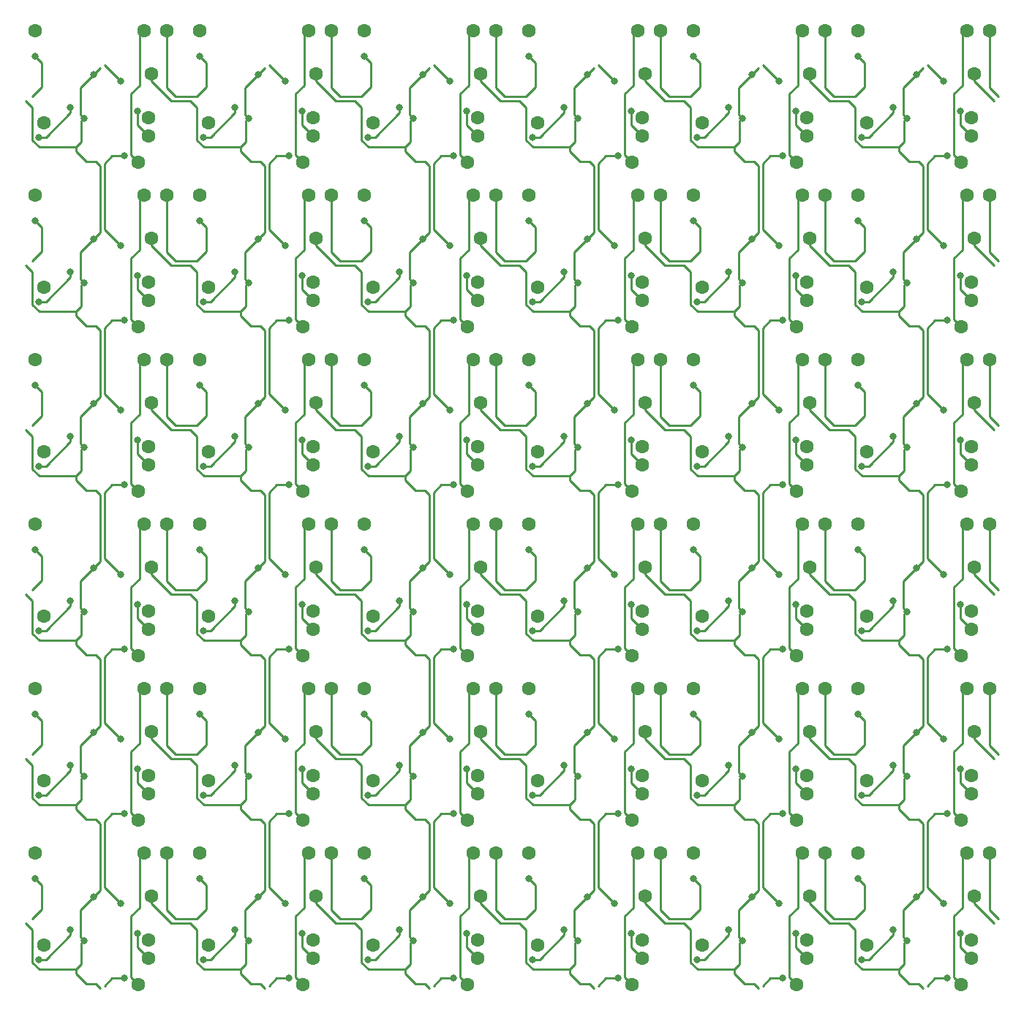
<source format=gbr>
%TF.GenerationSoftware,KiCad,Pcbnew,(5.99.0-2043-g129c16cf7)*%
%TF.CreationDate,2020-07-21T11:43:29+02:00*%
%TF.ProjectId,plate_6x6,706c6174-655f-4367-9836-2e6b69636164,rev?*%
%TF.SameCoordinates,Original*%
%TF.FileFunction,Copper,L1,Top*%
%TF.FilePolarity,Positive*%
%FSLAX46Y46*%
G04 Gerber Fmt 4.6, Leading zero omitted, Abs format (unit mm)*
G04 Created by KiCad (PCBNEW (5.99.0-2043-g129c16cf7)) date 2020-07-21 11:43:29*
%MOMM*%
%LPD*%
G01*
G04 APERTURE LIST*
%TA.AperFunction,ComponentPad*%
%ADD10C,1.600000*%
%TD*%
%TA.AperFunction,ViaPad*%
%ADD11C,0.800000*%
%TD*%
%TA.AperFunction,Conductor*%
%ADD12C,0.250000*%
%TD*%
G04 APERTURE END LIST*
D10*
%TO.P,SW8,26,26*%
%TO.N,Net-(SW14-Pad14)*%
X230733600Y-148186600D03*
%TO.P,SW8,21,gnd*%
%TO.N,Net-(SW1-Pad11)*%
X231876600Y-145138600D03*
%TO.P,SW8,20,din*%
%TO.N,Net-(SW7-Pad10)*%
X231876600Y-142979600D03*
%TO.P,SW8,19,vcc*%
%TO.N,Net-(SW1-Pad16)*%
X232257600Y-137899600D03*
%TO.P,SW8,17,dout*%
%TO.N,Net-(SW8-Pad10)*%
X219811600Y-143614600D03*
%TO.P,SW8,14,14*%
%TO.N,Net-(SW14-Pad14)*%
X231368600Y-132946600D03*
%TO.P,SW8,13,13*%
%TO.N,Net-(SW10-Pad13)*%
X218795600Y-132946600D03*
%TO.P,SW8,15,15*%
X234035600Y-132946600D03*
%TD*%
%TO.P,SW8,26,26*%
%TO.N,Net-(SW14-Pad14)*%
X211683600Y-148186600D03*
%TO.P,SW8,21,gnd*%
%TO.N,Net-(SW1-Pad11)*%
X212826600Y-145138600D03*
%TO.P,SW8,20,din*%
%TO.N,Net-(SW7-Pad10)*%
X212826600Y-142979600D03*
%TO.P,SW8,19,vcc*%
%TO.N,Net-(SW1-Pad16)*%
X213207600Y-137899600D03*
%TO.P,SW8,17,dout*%
%TO.N,Net-(SW8-Pad10)*%
X200761600Y-143614600D03*
%TO.P,SW8,14,14*%
%TO.N,Net-(SW14-Pad14)*%
X212318600Y-132946600D03*
%TO.P,SW8,13,13*%
%TO.N,Net-(SW10-Pad13)*%
X199745600Y-132946600D03*
%TO.P,SW8,15,15*%
X214985600Y-132946600D03*
%TD*%
%TO.P,SW8,26,26*%
%TO.N,Net-(SW14-Pad14)*%
X192633600Y-148186600D03*
%TO.P,SW8,21,gnd*%
%TO.N,Net-(SW1-Pad11)*%
X193776600Y-145138600D03*
%TO.P,SW8,20,din*%
%TO.N,Net-(SW7-Pad10)*%
X193776600Y-142979600D03*
%TO.P,SW8,19,vcc*%
%TO.N,Net-(SW1-Pad16)*%
X194157600Y-137899600D03*
%TO.P,SW8,17,dout*%
%TO.N,Net-(SW8-Pad10)*%
X181711600Y-143614600D03*
%TO.P,SW8,14,14*%
%TO.N,Net-(SW14-Pad14)*%
X193268600Y-132946600D03*
%TO.P,SW8,13,13*%
%TO.N,Net-(SW10-Pad13)*%
X180695600Y-132946600D03*
%TO.P,SW8,15,15*%
X195935600Y-132946600D03*
%TD*%
%TO.P,SW8,26,26*%
%TO.N,Net-(SW14-Pad14)*%
X173583600Y-148186600D03*
%TO.P,SW8,21,gnd*%
%TO.N,Net-(SW1-Pad11)*%
X174726600Y-145138600D03*
%TO.P,SW8,20,din*%
%TO.N,Net-(SW7-Pad10)*%
X174726600Y-142979600D03*
%TO.P,SW8,19,vcc*%
%TO.N,Net-(SW1-Pad16)*%
X175107600Y-137899600D03*
%TO.P,SW8,17,dout*%
%TO.N,Net-(SW8-Pad10)*%
X162661600Y-143614600D03*
%TO.P,SW8,14,14*%
%TO.N,Net-(SW14-Pad14)*%
X174218600Y-132946600D03*
%TO.P,SW8,13,13*%
%TO.N,Net-(SW10-Pad13)*%
X161645600Y-132946600D03*
%TO.P,SW8,15,15*%
X176885600Y-132946600D03*
%TD*%
%TO.P,SW8,26,26*%
%TO.N,Net-(SW14-Pad14)*%
X154533600Y-148186600D03*
%TO.P,SW8,21,gnd*%
%TO.N,Net-(SW1-Pad11)*%
X155676600Y-145138600D03*
%TO.P,SW8,20,din*%
%TO.N,Net-(SW7-Pad10)*%
X155676600Y-142979600D03*
%TO.P,SW8,19,vcc*%
%TO.N,Net-(SW1-Pad16)*%
X156057600Y-137899600D03*
%TO.P,SW8,17,dout*%
%TO.N,Net-(SW8-Pad10)*%
X143611600Y-143614600D03*
%TO.P,SW8,14,14*%
%TO.N,Net-(SW14-Pad14)*%
X155168600Y-132946600D03*
%TO.P,SW8,13,13*%
%TO.N,Net-(SW10-Pad13)*%
X142595600Y-132946600D03*
%TO.P,SW8,15,15*%
X157835600Y-132946600D03*
%TD*%
%TO.P,SW8,26,26*%
%TO.N,Net-(SW14-Pad14)*%
X135483600Y-148186600D03*
%TO.P,SW8,21,gnd*%
%TO.N,Net-(SW1-Pad11)*%
X136626600Y-145138600D03*
%TO.P,SW8,20,din*%
%TO.N,Net-(SW7-Pad10)*%
X136626600Y-142979600D03*
%TO.P,SW8,19,vcc*%
%TO.N,Net-(SW1-Pad16)*%
X137007600Y-137899600D03*
%TO.P,SW8,17,dout*%
%TO.N,Net-(SW8-Pad10)*%
X124561600Y-143614600D03*
%TO.P,SW8,14,14*%
%TO.N,Net-(SW14-Pad14)*%
X136118600Y-132946600D03*
%TO.P,SW8,13,13*%
%TO.N,Net-(SW10-Pad13)*%
X123545600Y-132946600D03*
%TO.P,SW8,15,15*%
X138785600Y-132946600D03*
%TD*%
%TO.P,SW8,26,26*%
%TO.N,Net-(SW14-Pad14)*%
X230733600Y-129136600D03*
%TO.P,SW8,21,gnd*%
%TO.N,Net-(SW1-Pad11)*%
X231876600Y-126088600D03*
%TO.P,SW8,20,din*%
%TO.N,Net-(SW7-Pad10)*%
X231876600Y-123929600D03*
%TO.P,SW8,19,vcc*%
%TO.N,Net-(SW1-Pad16)*%
X232257600Y-118849600D03*
%TO.P,SW8,17,dout*%
%TO.N,Net-(SW8-Pad10)*%
X219811600Y-124564600D03*
%TO.P,SW8,14,14*%
%TO.N,Net-(SW14-Pad14)*%
X231368600Y-113896600D03*
%TO.P,SW8,13,13*%
%TO.N,Net-(SW10-Pad13)*%
X218795600Y-113896600D03*
%TO.P,SW8,15,15*%
X234035600Y-113896600D03*
%TD*%
%TO.P,SW8,26,26*%
%TO.N,Net-(SW14-Pad14)*%
X211683600Y-129136600D03*
%TO.P,SW8,21,gnd*%
%TO.N,Net-(SW1-Pad11)*%
X212826600Y-126088600D03*
%TO.P,SW8,20,din*%
%TO.N,Net-(SW7-Pad10)*%
X212826600Y-123929600D03*
%TO.P,SW8,19,vcc*%
%TO.N,Net-(SW1-Pad16)*%
X213207600Y-118849600D03*
%TO.P,SW8,17,dout*%
%TO.N,Net-(SW8-Pad10)*%
X200761600Y-124564600D03*
%TO.P,SW8,14,14*%
%TO.N,Net-(SW14-Pad14)*%
X212318600Y-113896600D03*
%TO.P,SW8,13,13*%
%TO.N,Net-(SW10-Pad13)*%
X199745600Y-113896600D03*
%TO.P,SW8,15,15*%
X214985600Y-113896600D03*
%TD*%
%TO.P,SW8,26,26*%
%TO.N,Net-(SW14-Pad14)*%
X192633600Y-129136600D03*
%TO.P,SW8,21,gnd*%
%TO.N,Net-(SW1-Pad11)*%
X193776600Y-126088600D03*
%TO.P,SW8,20,din*%
%TO.N,Net-(SW7-Pad10)*%
X193776600Y-123929600D03*
%TO.P,SW8,19,vcc*%
%TO.N,Net-(SW1-Pad16)*%
X194157600Y-118849600D03*
%TO.P,SW8,17,dout*%
%TO.N,Net-(SW8-Pad10)*%
X181711600Y-124564600D03*
%TO.P,SW8,14,14*%
%TO.N,Net-(SW14-Pad14)*%
X193268600Y-113896600D03*
%TO.P,SW8,13,13*%
%TO.N,Net-(SW10-Pad13)*%
X180695600Y-113896600D03*
%TO.P,SW8,15,15*%
X195935600Y-113896600D03*
%TD*%
%TO.P,SW8,26,26*%
%TO.N,Net-(SW14-Pad14)*%
X173583600Y-129136600D03*
%TO.P,SW8,21,gnd*%
%TO.N,Net-(SW1-Pad11)*%
X174726600Y-126088600D03*
%TO.P,SW8,20,din*%
%TO.N,Net-(SW7-Pad10)*%
X174726600Y-123929600D03*
%TO.P,SW8,19,vcc*%
%TO.N,Net-(SW1-Pad16)*%
X175107600Y-118849600D03*
%TO.P,SW8,17,dout*%
%TO.N,Net-(SW8-Pad10)*%
X162661600Y-124564600D03*
%TO.P,SW8,14,14*%
%TO.N,Net-(SW14-Pad14)*%
X174218600Y-113896600D03*
%TO.P,SW8,13,13*%
%TO.N,Net-(SW10-Pad13)*%
X161645600Y-113896600D03*
%TO.P,SW8,15,15*%
X176885600Y-113896600D03*
%TD*%
%TO.P,SW8,26,26*%
%TO.N,Net-(SW14-Pad14)*%
X154533600Y-129136600D03*
%TO.P,SW8,21,gnd*%
%TO.N,Net-(SW1-Pad11)*%
X155676600Y-126088600D03*
%TO.P,SW8,20,din*%
%TO.N,Net-(SW7-Pad10)*%
X155676600Y-123929600D03*
%TO.P,SW8,19,vcc*%
%TO.N,Net-(SW1-Pad16)*%
X156057600Y-118849600D03*
%TO.P,SW8,17,dout*%
%TO.N,Net-(SW8-Pad10)*%
X143611600Y-124564600D03*
%TO.P,SW8,14,14*%
%TO.N,Net-(SW14-Pad14)*%
X155168600Y-113896600D03*
%TO.P,SW8,13,13*%
%TO.N,Net-(SW10-Pad13)*%
X142595600Y-113896600D03*
%TO.P,SW8,15,15*%
X157835600Y-113896600D03*
%TD*%
%TO.P,SW8,26,26*%
%TO.N,Net-(SW14-Pad14)*%
X135483600Y-129136600D03*
%TO.P,SW8,21,gnd*%
%TO.N,Net-(SW1-Pad11)*%
X136626600Y-126088600D03*
%TO.P,SW8,20,din*%
%TO.N,Net-(SW7-Pad10)*%
X136626600Y-123929600D03*
%TO.P,SW8,19,vcc*%
%TO.N,Net-(SW1-Pad16)*%
X137007600Y-118849600D03*
%TO.P,SW8,17,dout*%
%TO.N,Net-(SW8-Pad10)*%
X124561600Y-124564600D03*
%TO.P,SW8,14,14*%
%TO.N,Net-(SW14-Pad14)*%
X136118600Y-113896600D03*
%TO.P,SW8,13,13*%
%TO.N,Net-(SW10-Pad13)*%
X123545600Y-113896600D03*
%TO.P,SW8,15,15*%
X138785600Y-113896600D03*
%TD*%
%TO.P,SW8,26,26*%
%TO.N,Net-(SW14-Pad14)*%
X230733600Y-110086600D03*
%TO.P,SW8,21,gnd*%
%TO.N,Net-(SW1-Pad11)*%
X231876600Y-107038600D03*
%TO.P,SW8,20,din*%
%TO.N,Net-(SW7-Pad10)*%
X231876600Y-104879600D03*
%TO.P,SW8,19,vcc*%
%TO.N,Net-(SW1-Pad16)*%
X232257600Y-99799600D03*
%TO.P,SW8,17,dout*%
%TO.N,Net-(SW8-Pad10)*%
X219811600Y-105514600D03*
%TO.P,SW8,14,14*%
%TO.N,Net-(SW14-Pad14)*%
X231368600Y-94846600D03*
%TO.P,SW8,13,13*%
%TO.N,Net-(SW10-Pad13)*%
X218795600Y-94846600D03*
%TO.P,SW8,15,15*%
X234035600Y-94846600D03*
%TD*%
%TO.P,SW8,26,26*%
%TO.N,Net-(SW14-Pad14)*%
X211683600Y-110086600D03*
%TO.P,SW8,21,gnd*%
%TO.N,Net-(SW1-Pad11)*%
X212826600Y-107038600D03*
%TO.P,SW8,20,din*%
%TO.N,Net-(SW7-Pad10)*%
X212826600Y-104879600D03*
%TO.P,SW8,19,vcc*%
%TO.N,Net-(SW1-Pad16)*%
X213207600Y-99799600D03*
%TO.P,SW8,17,dout*%
%TO.N,Net-(SW8-Pad10)*%
X200761600Y-105514600D03*
%TO.P,SW8,14,14*%
%TO.N,Net-(SW14-Pad14)*%
X212318600Y-94846600D03*
%TO.P,SW8,13,13*%
%TO.N,Net-(SW10-Pad13)*%
X199745600Y-94846600D03*
%TO.P,SW8,15,15*%
X214985600Y-94846600D03*
%TD*%
%TO.P,SW8,26,26*%
%TO.N,Net-(SW14-Pad14)*%
X192633600Y-110086600D03*
%TO.P,SW8,21,gnd*%
%TO.N,Net-(SW1-Pad11)*%
X193776600Y-107038600D03*
%TO.P,SW8,20,din*%
%TO.N,Net-(SW7-Pad10)*%
X193776600Y-104879600D03*
%TO.P,SW8,19,vcc*%
%TO.N,Net-(SW1-Pad16)*%
X194157600Y-99799600D03*
%TO.P,SW8,17,dout*%
%TO.N,Net-(SW8-Pad10)*%
X181711600Y-105514600D03*
%TO.P,SW8,14,14*%
%TO.N,Net-(SW14-Pad14)*%
X193268600Y-94846600D03*
%TO.P,SW8,13,13*%
%TO.N,Net-(SW10-Pad13)*%
X180695600Y-94846600D03*
%TO.P,SW8,15,15*%
X195935600Y-94846600D03*
%TD*%
%TO.P,SW8,26,26*%
%TO.N,Net-(SW14-Pad14)*%
X173583600Y-110086600D03*
%TO.P,SW8,21,gnd*%
%TO.N,Net-(SW1-Pad11)*%
X174726600Y-107038600D03*
%TO.P,SW8,20,din*%
%TO.N,Net-(SW7-Pad10)*%
X174726600Y-104879600D03*
%TO.P,SW8,19,vcc*%
%TO.N,Net-(SW1-Pad16)*%
X175107600Y-99799600D03*
%TO.P,SW8,17,dout*%
%TO.N,Net-(SW8-Pad10)*%
X162661600Y-105514600D03*
%TO.P,SW8,14,14*%
%TO.N,Net-(SW14-Pad14)*%
X174218600Y-94846600D03*
%TO.P,SW8,13,13*%
%TO.N,Net-(SW10-Pad13)*%
X161645600Y-94846600D03*
%TO.P,SW8,15,15*%
X176885600Y-94846600D03*
%TD*%
%TO.P,SW8,26,26*%
%TO.N,Net-(SW14-Pad14)*%
X154533600Y-110086600D03*
%TO.P,SW8,21,gnd*%
%TO.N,Net-(SW1-Pad11)*%
X155676600Y-107038600D03*
%TO.P,SW8,20,din*%
%TO.N,Net-(SW7-Pad10)*%
X155676600Y-104879600D03*
%TO.P,SW8,19,vcc*%
%TO.N,Net-(SW1-Pad16)*%
X156057600Y-99799600D03*
%TO.P,SW8,17,dout*%
%TO.N,Net-(SW8-Pad10)*%
X143611600Y-105514600D03*
%TO.P,SW8,14,14*%
%TO.N,Net-(SW14-Pad14)*%
X155168600Y-94846600D03*
%TO.P,SW8,13,13*%
%TO.N,Net-(SW10-Pad13)*%
X142595600Y-94846600D03*
%TO.P,SW8,15,15*%
X157835600Y-94846600D03*
%TD*%
%TO.P,SW8,26,26*%
%TO.N,Net-(SW14-Pad14)*%
X135483600Y-110086600D03*
%TO.P,SW8,21,gnd*%
%TO.N,Net-(SW1-Pad11)*%
X136626600Y-107038600D03*
%TO.P,SW8,20,din*%
%TO.N,Net-(SW7-Pad10)*%
X136626600Y-104879600D03*
%TO.P,SW8,19,vcc*%
%TO.N,Net-(SW1-Pad16)*%
X137007600Y-99799600D03*
%TO.P,SW8,17,dout*%
%TO.N,Net-(SW8-Pad10)*%
X124561600Y-105514600D03*
%TO.P,SW8,14,14*%
%TO.N,Net-(SW14-Pad14)*%
X136118600Y-94846600D03*
%TO.P,SW8,13,13*%
%TO.N,Net-(SW10-Pad13)*%
X123545600Y-94846600D03*
%TO.P,SW8,15,15*%
X138785600Y-94846600D03*
%TD*%
%TO.P,SW8,26,26*%
%TO.N,Net-(SW14-Pad14)*%
X230733600Y-91036600D03*
%TO.P,SW8,21,gnd*%
%TO.N,Net-(SW1-Pad11)*%
X231876600Y-87988600D03*
%TO.P,SW8,20,din*%
%TO.N,Net-(SW7-Pad10)*%
X231876600Y-85829600D03*
%TO.P,SW8,19,vcc*%
%TO.N,Net-(SW1-Pad16)*%
X232257600Y-80749600D03*
%TO.P,SW8,17,dout*%
%TO.N,Net-(SW8-Pad10)*%
X219811600Y-86464600D03*
%TO.P,SW8,14,14*%
%TO.N,Net-(SW14-Pad14)*%
X231368600Y-75796600D03*
%TO.P,SW8,13,13*%
%TO.N,Net-(SW10-Pad13)*%
X218795600Y-75796600D03*
%TO.P,SW8,15,15*%
X234035600Y-75796600D03*
%TD*%
%TO.P,SW8,26,26*%
%TO.N,Net-(SW14-Pad14)*%
X211683600Y-91036600D03*
%TO.P,SW8,21,gnd*%
%TO.N,Net-(SW1-Pad11)*%
X212826600Y-87988600D03*
%TO.P,SW8,20,din*%
%TO.N,Net-(SW7-Pad10)*%
X212826600Y-85829600D03*
%TO.P,SW8,19,vcc*%
%TO.N,Net-(SW1-Pad16)*%
X213207600Y-80749600D03*
%TO.P,SW8,17,dout*%
%TO.N,Net-(SW8-Pad10)*%
X200761600Y-86464600D03*
%TO.P,SW8,14,14*%
%TO.N,Net-(SW14-Pad14)*%
X212318600Y-75796600D03*
%TO.P,SW8,13,13*%
%TO.N,Net-(SW10-Pad13)*%
X199745600Y-75796600D03*
%TO.P,SW8,15,15*%
X214985600Y-75796600D03*
%TD*%
%TO.P,SW8,26,26*%
%TO.N,Net-(SW14-Pad14)*%
X192633600Y-91036600D03*
%TO.P,SW8,21,gnd*%
%TO.N,Net-(SW1-Pad11)*%
X193776600Y-87988600D03*
%TO.P,SW8,20,din*%
%TO.N,Net-(SW7-Pad10)*%
X193776600Y-85829600D03*
%TO.P,SW8,19,vcc*%
%TO.N,Net-(SW1-Pad16)*%
X194157600Y-80749600D03*
%TO.P,SW8,17,dout*%
%TO.N,Net-(SW8-Pad10)*%
X181711600Y-86464600D03*
%TO.P,SW8,14,14*%
%TO.N,Net-(SW14-Pad14)*%
X193268600Y-75796600D03*
%TO.P,SW8,13,13*%
%TO.N,Net-(SW10-Pad13)*%
X180695600Y-75796600D03*
%TO.P,SW8,15,15*%
X195935600Y-75796600D03*
%TD*%
%TO.P,SW8,26,26*%
%TO.N,Net-(SW14-Pad14)*%
X173583600Y-91036600D03*
%TO.P,SW8,21,gnd*%
%TO.N,Net-(SW1-Pad11)*%
X174726600Y-87988600D03*
%TO.P,SW8,20,din*%
%TO.N,Net-(SW7-Pad10)*%
X174726600Y-85829600D03*
%TO.P,SW8,19,vcc*%
%TO.N,Net-(SW1-Pad16)*%
X175107600Y-80749600D03*
%TO.P,SW8,17,dout*%
%TO.N,Net-(SW8-Pad10)*%
X162661600Y-86464600D03*
%TO.P,SW8,14,14*%
%TO.N,Net-(SW14-Pad14)*%
X174218600Y-75796600D03*
%TO.P,SW8,13,13*%
%TO.N,Net-(SW10-Pad13)*%
X161645600Y-75796600D03*
%TO.P,SW8,15,15*%
X176885600Y-75796600D03*
%TD*%
%TO.P,SW8,26,26*%
%TO.N,Net-(SW14-Pad14)*%
X154533600Y-91036600D03*
%TO.P,SW8,21,gnd*%
%TO.N,Net-(SW1-Pad11)*%
X155676600Y-87988600D03*
%TO.P,SW8,20,din*%
%TO.N,Net-(SW7-Pad10)*%
X155676600Y-85829600D03*
%TO.P,SW8,19,vcc*%
%TO.N,Net-(SW1-Pad16)*%
X156057600Y-80749600D03*
%TO.P,SW8,17,dout*%
%TO.N,Net-(SW8-Pad10)*%
X143611600Y-86464600D03*
%TO.P,SW8,14,14*%
%TO.N,Net-(SW14-Pad14)*%
X155168600Y-75796600D03*
%TO.P,SW8,13,13*%
%TO.N,Net-(SW10-Pad13)*%
X142595600Y-75796600D03*
%TO.P,SW8,15,15*%
X157835600Y-75796600D03*
%TD*%
%TO.P,SW8,26,26*%
%TO.N,Net-(SW14-Pad14)*%
X135483600Y-91036600D03*
%TO.P,SW8,21,gnd*%
%TO.N,Net-(SW1-Pad11)*%
X136626600Y-87988600D03*
%TO.P,SW8,20,din*%
%TO.N,Net-(SW7-Pad10)*%
X136626600Y-85829600D03*
%TO.P,SW8,19,vcc*%
%TO.N,Net-(SW1-Pad16)*%
X137007600Y-80749600D03*
%TO.P,SW8,17,dout*%
%TO.N,Net-(SW8-Pad10)*%
X124561600Y-86464600D03*
%TO.P,SW8,14,14*%
%TO.N,Net-(SW14-Pad14)*%
X136118600Y-75796600D03*
%TO.P,SW8,13,13*%
%TO.N,Net-(SW10-Pad13)*%
X123545600Y-75796600D03*
%TO.P,SW8,15,15*%
X138785600Y-75796600D03*
%TD*%
%TO.P,SW8,26,26*%
%TO.N,Net-(SW14-Pad14)*%
X230733600Y-71986600D03*
%TO.P,SW8,21,gnd*%
%TO.N,Net-(SW1-Pad11)*%
X231876600Y-68938600D03*
%TO.P,SW8,20,din*%
%TO.N,Net-(SW7-Pad10)*%
X231876600Y-66779600D03*
%TO.P,SW8,19,vcc*%
%TO.N,Net-(SW1-Pad16)*%
X232257600Y-61699600D03*
%TO.P,SW8,17,dout*%
%TO.N,Net-(SW8-Pad10)*%
X219811600Y-67414600D03*
%TO.P,SW8,14,14*%
%TO.N,Net-(SW14-Pad14)*%
X231368600Y-56746600D03*
%TO.P,SW8,13,13*%
%TO.N,Net-(SW10-Pad13)*%
X218795600Y-56746600D03*
%TO.P,SW8,15,15*%
X234035600Y-56746600D03*
%TD*%
%TO.P,SW8,26,26*%
%TO.N,Net-(SW14-Pad14)*%
X211683600Y-71986600D03*
%TO.P,SW8,21,gnd*%
%TO.N,Net-(SW1-Pad11)*%
X212826600Y-68938600D03*
%TO.P,SW8,20,din*%
%TO.N,Net-(SW7-Pad10)*%
X212826600Y-66779600D03*
%TO.P,SW8,19,vcc*%
%TO.N,Net-(SW1-Pad16)*%
X213207600Y-61699600D03*
%TO.P,SW8,17,dout*%
%TO.N,Net-(SW8-Pad10)*%
X200761600Y-67414600D03*
%TO.P,SW8,14,14*%
%TO.N,Net-(SW14-Pad14)*%
X212318600Y-56746600D03*
%TO.P,SW8,13,13*%
%TO.N,Net-(SW10-Pad13)*%
X199745600Y-56746600D03*
%TO.P,SW8,15,15*%
X214985600Y-56746600D03*
%TD*%
%TO.P,SW8,26,26*%
%TO.N,Net-(SW14-Pad14)*%
X192633600Y-71986600D03*
%TO.P,SW8,21,gnd*%
%TO.N,Net-(SW1-Pad11)*%
X193776600Y-68938600D03*
%TO.P,SW8,20,din*%
%TO.N,Net-(SW7-Pad10)*%
X193776600Y-66779600D03*
%TO.P,SW8,19,vcc*%
%TO.N,Net-(SW1-Pad16)*%
X194157600Y-61699600D03*
%TO.P,SW8,17,dout*%
%TO.N,Net-(SW8-Pad10)*%
X181711600Y-67414600D03*
%TO.P,SW8,14,14*%
%TO.N,Net-(SW14-Pad14)*%
X193268600Y-56746600D03*
%TO.P,SW8,13,13*%
%TO.N,Net-(SW10-Pad13)*%
X180695600Y-56746600D03*
%TO.P,SW8,15,15*%
X195935600Y-56746600D03*
%TD*%
%TO.P,SW8,26,26*%
%TO.N,Net-(SW14-Pad14)*%
X173583600Y-71986600D03*
%TO.P,SW8,21,gnd*%
%TO.N,Net-(SW1-Pad11)*%
X174726600Y-68938600D03*
%TO.P,SW8,20,din*%
%TO.N,Net-(SW7-Pad10)*%
X174726600Y-66779600D03*
%TO.P,SW8,19,vcc*%
%TO.N,Net-(SW1-Pad16)*%
X175107600Y-61699600D03*
%TO.P,SW8,17,dout*%
%TO.N,Net-(SW8-Pad10)*%
X162661600Y-67414600D03*
%TO.P,SW8,14,14*%
%TO.N,Net-(SW14-Pad14)*%
X174218600Y-56746600D03*
%TO.P,SW8,13,13*%
%TO.N,Net-(SW10-Pad13)*%
X161645600Y-56746600D03*
%TO.P,SW8,15,15*%
X176885600Y-56746600D03*
%TD*%
%TO.P,SW8,26,26*%
%TO.N,Net-(SW14-Pad14)*%
X154533600Y-71986600D03*
%TO.P,SW8,21,gnd*%
%TO.N,Net-(SW1-Pad11)*%
X155676600Y-68938600D03*
%TO.P,SW8,20,din*%
%TO.N,Net-(SW7-Pad10)*%
X155676600Y-66779600D03*
%TO.P,SW8,19,vcc*%
%TO.N,Net-(SW1-Pad16)*%
X156057600Y-61699600D03*
%TO.P,SW8,17,dout*%
%TO.N,Net-(SW8-Pad10)*%
X143611600Y-67414600D03*
%TO.P,SW8,14,14*%
%TO.N,Net-(SW14-Pad14)*%
X155168600Y-56746600D03*
%TO.P,SW8,13,13*%
%TO.N,Net-(SW10-Pad13)*%
X142595600Y-56746600D03*
%TO.P,SW8,15,15*%
X157835600Y-56746600D03*
%TD*%
%TO.P,SW8,26,26*%
%TO.N,Net-(SW14-Pad14)*%
X135483600Y-71986600D03*
%TO.P,SW8,21,gnd*%
%TO.N,Net-(SW1-Pad11)*%
X136626600Y-68938600D03*
%TO.P,SW8,20,din*%
%TO.N,Net-(SW7-Pad10)*%
X136626600Y-66779600D03*
%TO.P,SW8,19,vcc*%
%TO.N,Net-(SW1-Pad16)*%
X137007600Y-61699600D03*
%TO.P,SW8,17,dout*%
%TO.N,Net-(SW8-Pad10)*%
X124561600Y-67414600D03*
%TO.P,SW8,14,14*%
%TO.N,Net-(SW14-Pad14)*%
X136118600Y-56746600D03*
%TO.P,SW8,13,13*%
%TO.N,Net-(SW10-Pad13)*%
X123545600Y-56746600D03*
%TO.P,SW8,15,15*%
X138785600Y-56746600D03*
%TD*%
%TO.P,SW8,26,26*%
%TO.N,Net-(SW14-Pad14)*%
X230733600Y-52936600D03*
%TO.P,SW8,21,gnd*%
%TO.N,Net-(SW1-Pad11)*%
X231876600Y-49888600D03*
%TO.P,SW8,20,din*%
%TO.N,Net-(SW7-Pad10)*%
X231876600Y-47729600D03*
%TO.P,SW8,19,vcc*%
%TO.N,Net-(SW1-Pad16)*%
X232257600Y-42649600D03*
%TO.P,SW8,17,dout*%
%TO.N,Net-(SW8-Pad10)*%
X219811600Y-48364600D03*
%TO.P,SW8,14,14*%
%TO.N,Net-(SW14-Pad14)*%
X231368600Y-37696600D03*
%TO.P,SW8,13,13*%
%TO.N,Net-(SW10-Pad13)*%
X218795600Y-37696600D03*
%TO.P,SW8,15,15*%
X234035600Y-37696600D03*
%TD*%
%TO.P,SW8,26,26*%
%TO.N,Net-(SW14-Pad14)*%
X211683600Y-52936600D03*
%TO.P,SW8,21,gnd*%
%TO.N,Net-(SW1-Pad11)*%
X212826600Y-49888600D03*
%TO.P,SW8,20,din*%
%TO.N,Net-(SW7-Pad10)*%
X212826600Y-47729600D03*
%TO.P,SW8,19,vcc*%
%TO.N,Net-(SW1-Pad16)*%
X213207600Y-42649600D03*
%TO.P,SW8,17,dout*%
%TO.N,Net-(SW8-Pad10)*%
X200761600Y-48364600D03*
%TO.P,SW8,14,14*%
%TO.N,Net-(SW14-Pad14)*%
X212318600Y-37696600D03*
%TO.P,SW8,13,13*%
%TO.N,Net-(SW10-Pad13)*%
X199745600Y-37696600D03*
%TO.P,SW8,15,15*%
X214985600Y-37696600D03*
%TD*%
%TO.P,SW8,26,26*%
%TO.N,Net-(SW14-Pad14)*%
X192633600Y-52936600D03*
%TO.P,SW8,21,gnd*%
%TO.N,Net-(SW1-Pad11)*%
X193776600Y-49888600D03*
%TO.P,SW8,20,din*%
%TO.N,Net-(SW7-Pad10)*%
X193776600Y-47729600D03*
%TO.P,SW8,19,vcc*%
%TO.N,Net-(SW1-Pad16)*%
X194157600Y-42649600D03*
%TO.P,SW8,17,dout*%
%TO.N,Net-(SW8-Pad10)*%
X181711600Y-48364600D03*
%TO.P,SW8,14,14*%
%TO.N,Net-(SW14-Pad14)*%
X193268600Y-37696600D03*
%TO.P,SW8,13,13*%
%TO.N,Net-(SW10-Pad13)*%
X180695600Y-37696600D03*
%TO.P,SW8,15,15*%
X195935600Y-37696600D03*
%TD*%
%TO.P,SW8,26,26*%
%TO.N,Net-(SW14-Pad14)*%
X173583600Y-52936600D03*
%TO.P,SW8,21,gnd*%
%TO.N,Net-(SW1-Pad11)*%
X174726600Y-49888600D03*
%TO.P,SW8,20,din*%
%TO.N,Net-(SW7-Pad10)*%
X174726600Y-47729600D03*
%TO.P,SW8,19,vcc*%
%TO.N,Net-(SW1-Pad16)*%
X175107600Y-42649600D03*
%TO.P,SW8,17,dout*%
%TO.N,Net-(SW8-Pad10)*%
X162661600Y-48364600D03*
%TO.P,SW8,14,14*%
%TO.N,Net-(SW14-Pad14)*%
X174218600Y-37696600D03*
%TO.P,SW8,13,13*%
%TO.N,Net-(SW10-Pad13)*%
X161645600Y-37696600D03*
%TO.P,SW8,15,15*%
X176885600Y-37696600D03*
%TD*%
%TO.P,SW8,26,26*%
%TO.N,Net-(SW14-Pad14)*%
X154533600Y-52936600D03*
%TO.P,SW8,21,gnd*%
%TO.N,Net-(SW1-Pad11)*%
X155676600Y-49888600D03*
%TO.P,SW8,20,din*%
%TO.N,Net-(SW7-Pad10)*%
X155676600Y-47729600D03*
%TO.P,SW8,19,vcc*%
%TO.N,Net-(SW1-Pad16)*%
X156057600Y-42649600D03*
%TO.P,SW8,17,dout*%
%TO.N,Net-(SW8-Pad10)*%
X143611600Y-48364600D03*
%TO.P,SW8,14,14*%
%TO.N,Net-(SW14-Pad14)*%
X155168600Y-37696600D03*
%TO.P,SW8,13,13*%
%TO.N,Net-(SW10-Pad13)*%
X142595600Y-37696600D03*
%TO.P,SW8,15,15*%
X157835600Y-37696600D03*
%TD*%
%TO.P,SW8,15,15*%
%TO.N,Net-(SW10-Pad13)*%
X138785600Y-37696600D03*
%TO.P,SW8,13,13*%
X123545600Y-37696600D03*
%TO.P,SW8,14,14*%
%TO.N,Net-(SW14-Pad14)*%
X136118600Y-37696600D03*
%TO.P,SW8,17,dout*%
%TO.N,Net-(SW8-Pad10)*%
X124561600Y-48364600D03*
%TO.P,SW8,19,vcc*%
%TO.N,Net-(SW1-Pad16)*%
X137007600Y-42649600D03*
%TO.P,SW8,20,din*%
%TO.N,Net-(SW7-Pad10)*%
X136626600Y-47729600D03*
%TO.P,SW8,21,gnd*%
%TO.N,Net-(SW1-Pad11)*%
X136626600Y-49888600D03*
%TO.P,SW8,26,26*%
%TO.N,Net-(SW14-Pad14)*%
X135483600Y-52936600D03*
%TD*%
D11*
%TO.N,Net-(SW1-Pad11)*%
X229082600Y-147421600D03*
X210032600Y-147421600D03*
X190982600Y-147421600D03*
X171932600Y-147421600D03*
X152882600Y-147421600D03*
X133832600Y-147421600D03*
X229082600Y-128371600D03*
X210032600Y-128371600D03*
X190982600Y-128371600D03*
X171932600Y-128371600D03*
X152882600Y-128371600D03*
X133832600Y-128371600D03*
X229082600Y-109321600D03*
X210032600Y-109321600D03*
X190982600Y-109321600D03*
X171932600Y-109321600D03*
X152882600Y-109321600D03*
X133832600Y-109321600D03*
X229082600Y-90271600D03*
X210032600Y-90271600D03*
X190982600Y-90271600D03*
X171932600Y-90271600D03*
X152882600Y-90271600D03*
X133832600Y-90271600D03*
X229082600Y-71221600D03*
X210032600Y-71221600D03*
X190982600Y-71221600D03*
X171932600Y-71221600D03*
X152882600Y-71221600D03*
X133832600Y-71221600D03*
X229082600Y-52171600D03*
X210032600Y-52171600D03*
X190982600Y-52171600D03*
X171932600Y-52171600D03*
X152882600Y-52171600D03*
%TO.N,Net-(SW1-Pad16)*%
X224434938Y-143052262D03*
X205384938Y-143052262D03*
X186334938Y-143052262D03*
X167284938Y-143052262D03*
X148234938Y-143052262D03*
X129184938Y-143052262D03*
X224434938Y-124002262D03*
X205384938Y-124002262D03*
X186334938Y-124002262D03*
X167284938Y-124002262D03*
X148234938Y-124002262D03*
X129184938Y-124002262D03*
X224434938Y-104952262D03*
X205384938Y-104952262D03*
X186334938Y-104952262D03*
X167284938Y-104952262D03*
X148234938Y-104952262D03*
X129184938Y-104952262D03*
X224434938Y-85902262D03*
X205384938Y-85902262D03*
X186334938Y-85902262D03*
X167284938Y-85902262D03*
X148234938Y-85902262D03*
X129184938Y-85902262D03*
X224434938Y-66852262D03*
X205384938Y-66852262D03*
X186334938Y-66852262D03*
X167284938Y-66852262D03*
X148234938Y-66852262D03*
X129184938Y-66852262D03*
X224434938Y-47802262D03*
X205384938Y-47802262D03*
X186334938Y-47802262D03*
X167284938Y-47802262D03*
X148234938Y-47802262D03*
%TO.N,Net-(SW1-Pad11)*%
X222859600Y-141833600D03*
X203809600Y-141833600D03*
X184759600Y-141833600D03*
X165709600Y-141833600D03*
X146659600Y-141833600D03*
X127609600Y-141833600D03*
X222859600Y-122783600D03*
X203809600Y-122783600D03*
X184759600Y-122783600D03*
X165709600Y-122783600D03*
X146659600Y-122783600D03*
X127609600Y-122783600D03*
X222859600Y-103733600D03*
X203809600Y-103733600D03*
X184759600Y-103733600D03*
X165709600Y-103733600D03*
X146659600Y-103733600D03*
X127609600Y-103733600D03*
X222859600Y-84683600D03*
X203809600Y-84683600D03*
X184759600Y-84683600D03*
X165709600Y-84683600D03*
X146659600Y-84683600D03*
X127609600Y-84683600D03*
X222859600Y-65633600D03*
X203809600Y-65633600D03*
X184759600Y-65633600D03*
X165709600Y-65633600D03*
X146659600Y-65633600D03*
X127609600Y-65633600D03*
X222859600Y-46583600D03*
X203809600Y-46583600D03*
X184759600Y-46583600D03*
X165709600Y-46583600D03*
X146659600Y-46583600D03*
X228701600Y-138785600D03*
X209651600Y-138785600D03*
X190601600Y-138785600D03*
X171551600Y-138785600D03*
X152501600Y-138785600D03*
X133451600Y-138785600D03*
X228701600Y-119735600D03*
X209651600Y-119735600D03*
X190601600Y-119735600D03*
X171551600Y-119735600D03*
X152501600Y-119735600D03*
X133451600Y-119735600D03*
X228701600Y-100685600D03*
X209651600Y-100685600D03*
X190601600Y-100685600D03*
X171551600Y-100685600D03*
X152501600Y-100685600D03*
X133451600Y-100685600D03*
X228701600Y-81635600D03*
X209651600Y-81635600D03*
X190601600Y-81635600D03*
X171551600Y-81635600D03*
X152501600Y-81635600D03*
X133451600Y-81635600D03*
X228701600Y-62585600D03*
X209651600Y-62585600D03*
X190601600Y-62585600D03*
X171551600Y-62585600D03*
X152501600Y-62585600D03*
X133451600Y-62585600D03*
X228701600Y-43535600D03*
X209651600Y-43535600D03*
X190601600Y-43535600D03*
X171551600Y-43535600D03*
X152501600Y-43535600D03*
%TO.N,Net-(SW1-Pad16)*%
X225526600Y-137978601D03*
X206476600Y-137978601D03*
X187426600Y-137978601D03*
X168376600Y-137978601D03*
X149326600Y-137978601D03*
X130276600Y-137978601D03*
X225526600Y-118928601D03*
X206476600Y-118928601D03*
X187426600Y-118928601D03*
X168376600Y-118928601D03*
X149326600Y-118928601D03*
X130276600Y-118928601D03*
X225526600Y-99878601D03*
X206476600Y-99878601D03*
X187426600Y-99878601D03*
X168376600Y-99878601D03*
X149326600Y-99878601D03*
X130276600Y-99878601D03*
X225526600Y-80828601D03*
X206476600Y-80828601D03*
X187426600Y-80828601D03*
X168376600Y-80828601D03*
X149326600Y-80828601D03*
X130276600Y-80828601D03*
X225526600Y-61778601D03*
X206476600Y-61778601D03*
X187426600Y-61778601D03*
X168376600Y-61778601D03*
X149326600Y-61778601D03*
X130276600Y-61778601D03*
X225526600Y-42728601D03*
X206476600Y-42728601D03*
X187426600Y-42728601D03*
X168376600Y-42728601D03*
X149326600Y-42728601D03*
%TO.N,Net-(SW10-Pad13)*%
X218795600Y-135864600D03*
X199745600Y-135864600D03*
X180695600Y-135864600D03*
X161645600Y-135864600D03*
X142595600Y-135864600D03*
X123545600Y-135864600D03*
X218795600Y-116814600D03*
X199745600Y-116814600D03*
X180695600Y-116814600D03*
X161645600Y-116814600D03*
X142595600Y-116814600D03*
X123545600Y-116814600D03*
X218795600Y-97764600D03*
X199745600Y-97764600D03*
X180695600Y-97764600D03*
X161645600Y-97764600D03*
X142595600Y-97764600D03*
X123545600Y-97764600D03*
X218795600Y-78714600D03*
X199745600Y-78714600D03*
X180695600Y-78714600D03*
X161645600Y-78714600D03*
X142595600Y-78714600D03*
X123545600Y-78714600D03*
X218795600Y-59664600D03*
X199745600Y-59664600D03*
X180695600Y-59664600D03*
X161645600Y-59664600D03*
X142595600Y-59664600D03*
X123545600Y-59664600D03*
X218795600Y-40614600D03*
X199745600Y-40614600D03*
X180695600Y-40614600D03*
X161645600Y-40614600D03*
X142595600Y-40614600D03*
%TO.N,Net-(SW1-Pad11)*%
X230606600Y-142214600D03*
X211556600Y-142214600D03*
X192506600Y-142214600D03*
X173456600Y-142214600D03*
X154406600Y-142214600D03*
X135356600Y-142214600D03*
X230606600Y-123164600D03*
X211556600Y-123164600D03*
X192506600Y-123164600D03*
X173456600Y-123164600D03*
X154406600Y-123164600D03*
X135356600Y-123164600D03*
X230606600Y-104114600D03*
X211556600Y-104114600D03*
X192506600Y-104114600D03*
X173456600Y-104114600D03*
X154406600Y-104114600D03*
X135356600Y-104114600D03*
X230606600Y-85064600D03*
X211556600Y-85064600D03*
X192506600Y-85064600D03*
X173456600Y-85064600D03*
X154406600Y-85064600D03*
X135356600Y-85064600D03*
X230606600Y-66014600D03*
X211556600Y-66014600D03*
X192506600Y-66014600D03*
X173456600Y-66014600D03*
X154406600Y-66014600D03*
X135356600Y-66014600D03*
X230606600Y-46964600D03*
X211556600Y-46964600D03*
X192506600Y-46964600D03*
X173456600Y-46964600D03*
X154406600Y-46964600D03*
X219176600Y-145262600D03*
X200126600Y-145262600D03*
X181076600Y-145262600D03*
X162026600Y-145262600D03*
X142976600Y-145262600D03*
X123926600Y-145262600D03*
X219176600Y-126212600D03*
X200126600Y-126212600D03*
X181076600Y-126212600D03*
X162026600Y-126212600D03*
X142976600Y-126212600D03*
X123926600Y-126212600D03*
X219176600Y-107162600D03*
X200126600Y-107162600D03*
X181076600Y-107162600D03*
X162026600Y-107162600D03*
X142976600Y-107162600D03*
X123926600Y-107162600D03*
X219176600Y-88112600D03*
X200126600Y-88112600D03*
X181076600Y-88112600D03*
X162026600Y-88112600D03*
X142976600Y-88112600D03*
X123926600Y-88112600D03*
X219176600Y-69062600D03*
X200126600Y-69062600D03*
X181076600Y-69062600D03*
X162026600Y-69062600D03*
X142976600Y-69062600D03*
X123926600Y-69062600D03*
X219176600Y-50012600D03*
X200126600Y-50012600D03*
X181076600Y-50012600D03*
X162026600Y-50012600D03*
X142976600Y-50012600D03*
%TO.N,Net-(SW1-Pad16)*%
X129184938Y-47802262D03*
%TO.N,Net-(SW1-Pad11)*%
X133832600Y-52171600D03*
X123926600Y-50012600D03*
X133451600Y-43535600D03*
%TO.N,Net-(SW1-Pad16)*%
X130276600Y-42728601D03*
%TO.N,Net-(SW1-Pad11)*%
X127609600Y-46583600D03*
X135356600Y-46964600D03*
%TO.N,Net-(SW10-Pad13)*%
X123545600Y-40614600D03*
%TD*%
D12*
%TO.N,Net-(SW1-Pad11)*%
X231876600Y-145138600D02*
X230606600Y-143868600D01*
X212826600Y-145138600D02*
X211556600Y-143868600D01*
X193776600Y-145138600D02*
X192506600Y-143868600D01*
X174726600Y-145138600D02*
X173456600Y-143868600D01*
X155676600Y-145138600D02*
X154406600Y-143868600D01*
X136626600Y-145138600D02*
X135356600Y-143868600D01*
X231876600Y-126088600D02*
X230606600Y-124818600D01*
X212826600Y-126088600D02*
X211556600Y-124818600D01*
X193776600Y-126088600D02*
X192506600Y-124818600D01*
X174726600Y-126088600D02*
X173456600Y-124818600D01*
X155676600Y-126088600D02*
X154406600Y-124818600D01*
X136626600Y-126088600D02*
X135356600Y-124818600D01*
X231876600Y-107038600D02*
X230606600Y-105768600D01*
X212826600Y-107038600D02*
X211556600Y-105768600D01*
X193776600Y-107038600D02*
X192506600Y-105768600D01*
X174726600Y-107038600D02*
X173456600Y-105768600D01*
X155676600Y-107038600D02*
X154406600Y-105768600D01*
X136626600Y-107038600D02*
X135356600Y-105768600D01*
X231876600Y-87988600D02*
X230606600Y-86718600D01*
X212826600Y-87988600D02*
X211556600Y-86718600D01*
X193776600Y-87988600D02*
X192506600Y-86718600D01*
X174726600Y-87988600D02*
X173456600Y-86718600D01*
X155676600Y-87988600D02*
X154406600Y-86718600D01*
X136626600Y-87988600D02*
X135356600Y-86718600D01*
X231876600Y-68938600D02*
X230606600Y-67668600D01*
X212826600Y-68938600D02*
X211556600Y-67668600D01*
X193776600Y-68938600D02*
X192506600Y-67668600D01*
X174726600Y-68938600D02*
X173456600Y-67668600D01*
X155676600Y-68938600D02*
X154406600Y-67668600D01*
X136626600Y-68938600D02*
X135356600Y-67668600D01*
X231876600Y-49888600D02*
X230606600Y-48618600D01*
X212826600Y-49888600D02*
X211556600Y-48618600D01*
X193776600Y-49888600D02*
X192506600Y-48618600D01*
X174726600Y-49888600D02*
X173456600Y-48618600D01*
X155676600Y-49888600D02*
X154406600Y-48618600D01*
%TO.N,Net-(SW14-Pad14)*%
X231368600Y-132946600D02*
X230859599Y-133455601D01*
X212318600Y-132946600D02*
X211809599Y-133455601D01*
X193268600Y-132946600D02*
X192759599Y-133455601D01*
X174218600Y-132946600D02*
X173709599Y-133455601D01*
X155168600Y-132946600D02*
X154659599Y-133455601D01*
X136118600Y-132946600D02*
X135609599Y-133455601D01*
X231368600Y-113896600D02*
X230859599Y-114405601D01*
X212318600Y-113896600D02*
X211809599Y-114405601D01*
X193268600Y-113896600D02*
X192759599Y-114405601D01*
X174218600Y-113896600D02*
X173709599Y-114405601D01*
X155168600Y-113896600D02*
X154659599Y-114405601D01*
X136118600Y-113896600D02*
X135609599Y-114405601D01*
X231368600Y-94846600D02*
X230859599Y-95355601D01*
X212318600Y-94846600D02*
X211809599Y-95355601D01*
X193268600Y-94846600D02*
X192759599Y-95355601D01*
X174218600Y-94846600D02*
X173709599Y-95355601D01*
X155168600Y-94846600D02*
X154659599Y-95355601D01*
X136118600Y-94846600D02*
X135609599Y-95355601D01*
X231368600Y-75796600D02*
X230859599Y-76305601D01*
X212318600Y-75796600D02*
X211809599Y-76305601D01*
X193268600Y-75796600D02*
X192759599Y-76305601D01*
X174218600Y-75796600D02*
X173709599Y-76305601D01*
X155168600Y-75796600D02*
X154659599Y-76305601D01*
X136118600Y-75796600D02*
X135609599Y-76305601D01*
X231368600Y-56746600D02*
X230859599Y-57255601D01*
X212318600Y-56746600D02*
X211809599Y-57255601D01*
X193268600Y-56746600D02*
X192759599Y-57255601D01*
X174218600Y-56746600D02*
X173709599Y-57255601D01*
X155168600Y-56746600D02*
X154659599Y-57255601D01*
X136118600Y-56746600D02*
X135609599Y-57255601D01*
X231368600Y-37696600D02*
X230859599Y-38205601D01*
X212318600Y-37696600D02*
X211809599Y-38205601D01*
X193268600Y-37696600D02*
X192759599Y-38205601D01*
X174218600Y-37696600D02*
X173709599Y-38205601D01*
X155168600Y-37696600D02*
X154659599Y-38205601D01*
X230859599Y-133455601D02*
X230859599Y-139241599D01*
X211809599Y-133455601D02*
X211809599Y-139241599D01*
X192759599Y-133455601D02*
X192759599Y-139241599D01*
X173709599Y-133455601D02*
X173709599Y-139241599D01*
X154659599Y-133455601D02*
X154659599Y-139241599D01*
X135609599Y-133455601D02*
X135609599Y-139241599D01*
X230859599Y-114405601D02*
X230859599Y-120191599D01*
X211809599Y-114405601D02*
X211809599Y-120191599D01*
X192759599Y-114405601D02*
X192759599Y-120191599D01*
X173709599Y-114405601D02*
X173709599Y-120191599D01*
X154659599Y-114405601D02*
X154659599Y-120191599D01*
X135609599Y-114405601D02*
X135609599Y-120191599D01*
X230859599Y-95355601D02*
X230859599Y-101141599D01*
X211809599Y-95355601D02*
X211809599Y-101141599D01*
X192759599Y-95355601D02*
X192759599Y-101141599D01*
X173709599Y-95355601D02*
X173709599Y-101141599D01*
X154659599Y-95355601D02*
X154659599Y-101141599D01*
X135609599Y-95355601D02*
X135609599Y-101141599D01*
X230859599Y-76305601D02*
X230859599Y-82091599D01*
X211809599Y-76305601D02*
X211809599Y-82091599D01*
X192759599Y-76305601D02*
X192759599Y-82091599D01*
X173709599Y-76305601D02*
X173709599Y-82091599D01*
X154659599Y-76305601D02*
X154659599Y-82091599D01*
X135609599Y-76305601D02*
X135609599Y-82091599D01*
X230859599Y-57255601D02*
X230859599Y-63041599D01*
X211809599Y-57255601D02*
X211809599Y-63041599D01*
X192759599Y-57255601D02*
X192759599Y-63041599D01*
X173709599Y-57255601D02*
X173709599Y-63041599D01*
X154659599Y-57255601D02*
X154659599Y-63041599D01*
X135609599Y-57255601D02*
X135609599Y-63041599D01*
X230859599Y-38205601D02*
X230859599Y-43991599D01*
X211809599Y-38205601D02*
X211809599Y-43991599D01*
X192759599Y-38205601D02*
X192759599Y-43991599D01*
X173709599Y-38205601D02*
X173709599Y-43991599D01*
X154659599Y-38205601D02*
X154659599Y-43991599D01*
X229881598Y-140219600D02*
X229881598Y-147334598D01*
X210831598Y-140219600D02*
X210831598Y-147334598D01*
X191781598Y-140219600D02*
X191781598Y-147334598D01*
X172731598Y-140219600D02*
X172731598Y-147334598D01*
X153681598Y-140219600D02*
X153681598Y-147334598D01*
X134631598Y-140219600D02*
X134631598Y-147334598D01*
X229881598Y-121169600D02*
X229881598Y-128284598D01*
X210831598Y-121169600D02*
X210831598Y-128284598D01*
X191781598Y-121169600D02*
X191781598Y-128284598D01*
X172731598Y-121169600D02*
X172731598Y-128284598D01*
X153681598Y-121169600D02*
X153681598Y-128284598D01*
X134631598Y-121169600D02*
X134631598Y-128284598D01*
X229881598Y-102119600D02*
X229881598Y-109234598D01*
X210831598Y-102119600D02*
X210831598Y-109234598D01*
X191781598Y-102119600D02*
X191781598Y-109234598D01*
X172731598Y-102119600D02*
X172731598Y-109234598D01*
X153681598Y-102119600D02*
X153681598Y-109234598D01*
X134631598Y-102119600D02*
X134631598Y-109234598D01*
X229881598Y-83069600D02*
X229881598Y-90184598D01*
X210831598Y-83069600D02*
X210831598Y-90184598D01*
X191781598Y-83069600D02*
X191781598Y-90184598D01*
X172731598Y-83069600D02*
X172731598Y-90184598D01*
X153681598Y-83069600D02*
X153681598Y-90184598D01*
X134631598Y-83069600D02*
X134631598Y-90184598D01*
X229881598Y-64019600D02*
X229881598Y-71134598D01*
X210831598Y-64019600D02*
X210831598Y-71134598D01*
X191781598Y-64019600D02*
X191781598Y-71134598D01*
X172731598Y-64019600D02*
X172731598Y-71134598D01*
X153681598Y-64019600D02*
X153681598Y-71134598D01*
X134631598Y-64019600D02*
X134631598Y-71134598D01*
X229881598Y-44969600D02*
X229881598Y-52084598D01*
X210831598Y-44969600D02*
X210831598Y-52084598D01*
X191781598Y-44969600D02*
X191781598Y-52084598D01*
X172731598Y-44969600D02*
X172731598Y-52084598D01*
X153681598Y-44969600D02*
X153681598Y-52084598D01*
X230859599Y-139241599D02*
X229881598Y-140219600D01*
X211809599Y-139241599D02*
X210831598Y-140219600D01*
X192759599Y-139241599D02*
X191781598Y-140219600D01*
X173709599Y-139241599D02*
X172731598Y-140219600D01*
X154659599Y-139241599D02*
X153681598Y-140219600D01*
X135609599Y-139241599D02*
X134631598Y-140219600D01*
X230859599Y-120191599D02*
X229881598Y-121169600D01*
X211809599Y-120191599D02*
X210831598Y-121169600D01*
X192759599Y-120191599D02*
X191781598Y-121169600D01*
X173709599Y-120191599D02*
X172731598Y-121169600D01*
X154659599Y-120191599D02*
X153681598Y-121169600D01*
X135609599Y-120191599D02*
X134631598Y-121169600D01*
X230859599Y-101141599D02*
X229881598Y-102119600D01*
X211809599Y-101141599D02*
X210831598Y-102119600D01*
X192759599Y-101141599D02*
X191781598Y-102119600D01*
X173709599Y-101141599D02*
X172731598Y-102119600D01*
X154659599Y-101141599D02*
X153681598Y-102119600D01*
X135609599Y-101141599D02*
X134631598Y-102119600D01*
X230859599Y-82091599D02*
X229881598Y-83069600D01*
X211809599Y-82091599D02*
X210831598Y-83069600D01*
X192759599Y-82091599D02*
X191781598Y-83069600D01*
X173709599Y-82091599D02*
X172731598Y-83069600D01*
X154659599Y-82091599D02*
X153681598Y-83069600D01*
X135609599Y-82091599D02*
X134631598Y-83069600D01*
X230859599Y-63041599D02*
X229881598Y-64019600D01*
X211809599Y-63041599D02*
X210831598Y-64019600D01*
X192759599Y-63041599D02*
X191781598Y-64019600D01*
X173709599Y-63041599D02*
X172731598Y-64019600D01*
X154659599Y-63041599D02*
X153681598Y-64019600D01*
X135609599Y-63041599D02*
X134631598Y-64019600D01*
X230859599Y-43991599D02*
X229881598Y-44969600D01*
X211809599Y-43991599D02*
X210831598Y-44969600D01*
X192759599Y-43991599D02*
X191781598Y-44969600D01*
X173709599Y-43991599D02*
X172731598Y-44969600D01*
X154659599Y-43991599D02*
X153681598Y-44969600D01*
%TO.N,Net-(SW1-Pad11)*%
X230606600Y-143868600D02*
X230606600Y-142214600D01*
X211556600Y-143868600D02*
X211556600Y-142214600D01*
X192506600Y-143868600D02*
X192506600Y-142214600D01*
X173456600Y-143868600D02*
X173456600Y-142214600D01*
X154406600Y-143868600D02*
X154406600Y-142214600D01*
X135356600Y-143868600D02*
X135356600Y-142214600D01*
X230606600Y-124818600D02*
X230606600Y-123164600D01*
X211556600Y-124818600D02*
X211556600Y-123164600D01*
X192506600Y-124818600D02*
X192506600Y-123164600D01*
X173456600Y-124818600D02*
X173456600Y-123164600D01*
X154406600Y-124818600D02*
X154406600Y-123164600D01*
X135356600Y-124818600D02*
X135356600Y-123164600D01*
X230606600Y-105768600D02*
X230606600Y-104114600D01*
X211556600Y-105768600D02*
X211556600Y-104114600D01*
X192506600Y-105768600D02*
X192506600Y-104114600D01*
X173456600Y-105768600D02*
X173456600Y-104114600D01*
X154406600Y-105768600D02*
X154406600Y-104114600D01*
X135356600Y-105768600D02*
X135356600Y-104114600D01*
X230606600Y-86718600D02*
X230606600Y-85064600D01*
X211556600Y-86718600D02*
X211556600Y-85064600D01*
X192506600Y-86718600D02*
X192506600Y-85064600D01*
X173456600Y-86718600D02*
X173456600Y-85064600D01*
X154406600Y-86718600D02*
X154406600Y-85064600D01*
X135356600Y-86718600D02*
X135356600Y-85064600D01*
X230606600Y-67668600D02*
X230606600Y-66014600D01*
X211556600Y-67668600D02*
X211556600Y-66014600D01*
X192506600Y-67668600D02*
X192506600Y-66014600D01*
X173456600Y-67668600D02*
X173456600Y-66014600D01*
X154406600Y-67668600D02*
X154406600Y-66014600D01*
X135356600Y-67668600D02*
X135356600Y-66014600D01*
X230606600Y-48618600D02*
X230606600Y-46964600D01*
X211556600Y-48618600D02*
X211556600Y-46964600D01*
X192506600Y-48618600D02*
X192506600Y-46964600D01*
X173456600Y-48618600D02*
X173456600Y-46964600D01*
X154406600Y-48618600D02*
X154406600Y-46964600D01*
%TO.N,Net-(SW14-Pad14)*%
X229881598Y-147334598D02*
X230733600Y-148186600D01*
X210831598Y-147334598D02*
X211683600Y-148186600D01*
X191781598Y-147334598D02*
X192633600Y-148186600D01*
X172731598Y-147334598D02*
X173583600Y-148186600D01*
X153681598Y-147334598D02*
X154533600Y-148186600D01*
X134631598Y-147334598D02*
X135483600Y-148186600D01*
X229881598Y-128284598D02*
X230733600Y-129136600D01*
X210831598Y-128284598D02*
X211683600Y-129136600D01*
X191781598Y-128284598D02*
X192633600Y-129136600D01*
X172731598Y-128284598D02*
X173583600Y-129136600D01*
X153681598Y-128284598D02*
X154533600Y-129136600D01*
X134631598Y-128284598D02*
X135483600Y-129136600D01*
X229881598Y-109234598D02*
X230733600Y-110086600D01*
X210831598Y-109234598D02*
X211683600Y-110086600D01*
X191781598Y-109234598D02*
X192633600Y-110086600D01*
X172731598Y-109234598D02*
X173583600Y-110086600D01*
X153681598Y-109234598D02*
X154533600Y-110086600D01*
X134631598Y-109234598D02*
X135483600Y-110086600D01*
X229881598Y-90184598D02*
X230733600Y-91036600D01*
X210831598Y-90184598D02*
X211683600Y-91036600D01*
X191781598Y-90184598D02*
X192633600Y-91036600D01*
X172731598Y-90184598D02*
X173583600Y-91036600D01*
X153681598Y-90184598D02*
X154533600Y-91036600D01*
X134631598Y-90184598D02*
X135483600Y-91036600D01*
X229881598Y-71134598D02*
X230733600Y-71986600D01*
X210831598Y-71134598D02*
X211683600Y-71986600D01*
X191781598Y-71134598D02*
X192633600Y-71986600D01*
X172731598Y-71134598D02*
X173583600Y-71986600D01*
X153681598Y-71134598D02*
X154533600Y-71986600D01*
X134631598Y-71134598D02*
X135483600Y-71986600D01*
X229881598Y-52084598D02*
X230733600Y-52936600D01*
X210831598Y-52084598D02*
X211683600Y-52936600D01*
X191781598Y-52084598D02*
X192633600Y-52936600D01*
X172731598Y-52084598D02*
X173583600Y-52936600D01*
X153681598Y-52084598D02*
X154533600Y-52936600D01*
%TO.N,Net-(SW1-Pad11)*%
X222859600Y-142399285D02*
X219996285Y-145262600D01*
X203809600Y-142399285D02*
X200946285Y-145262600D01*
X184759600Y-142399285D02*
X181896285Y-145262600D01*
X165709600Y-142399285D02*
X162846285Y-145262600D01*
X146659600Y-142399285D02*
X143796285Y-145262600D01*
X127609600Y-142399285D02*
X124746285Y-145262600D01*
X222859600Y-123349285D02*
X219996285Y-126212600D01*
X203809600Y-123349285D02*
X200946285Y-126212600D01*
X184759600Y-123349285D02*
X181896285Y-126212600D01*
X165709600Y-123349285D02*
X162846285Y-126212600D01*
X146659600Y-123349285D02*
X143796285Y-126212600D01*
X127609600Y-123349285D02*
X124746285Y-126212600D01*
X222859600Y-104299285D02*
X219996285Y-107162600D01*
X203809600Y-104299285D02*
X200946285Y-107162600D01*
X184759600Y-104299285D02*
X181896285Y-107162600D01*
X165709600Y-104299285D02*
X162846285Y-107162600D01*
X146659600Y-104299285D02*
X143796285Y-107162600D01*
X127609600Y-104299285D02*
X124746285Y-107162600D01*
X222859600Y-85249285D02*
X219996285Y-88112600D01*
X203809600Y-85249285D02*
X200946285Y-88112600D01*
X184759600Y-85249285D02*
X181896285Y-88112600D01*
X165709600Y-85249285D02*
X162846285Y-88112600D01*
X146659600Y-85249285D02*
X143796285Y-88112600D01*
X127609600Y-85249285D02*
X124746285Y-88112600D01*
X222859600Y-66199285D02*
X219996285Y-69062600D01*
X203809600Y-66199285D02*
X200946285Y-69062600D01*
X184759600Y-66199285D02*
X181896285Y-69062600D01*
X165709600Y-66199285D02*
X162846285Y-69062600D01*
X146659600Y-66199285D02*
X143796285Y-69062600D01*
X127609600Y-66199285D02*
X124746285Y-69062600D01*
X222859600Y-47149285D02*
X219996285Y-50012600D01*
X203809600Y-47149285D02*
X200946285Y-50012600D01*
X184759600Y-47149285D02*
X181896285Y-50012600D01*
X165709600Y-47149285D02*
X162846285Y-50012600D01*
X146659600Y-47149285D02*
X143796285Y-50012600D01*
X222859600Y-141833600D02*
X222859600Y-142399285D01*
X203809600Y-141833600D02*
X203809600Y-142399285D01*
X184759600Y-141833600D02*
X184759600Y-142399285D01*
X165709600Y-141833600D02*
X165709600Y-142399285D01*
X146659600Y-141833600D02*
X146659600Y-142399285D01*
X127609600Y-141833600D02*
X127609600Y-142399285D01*
X222859600Y-122783600D02*
X222859600Y-123349285D01*
X203809600Y-122783600D02*
X203809600Y-123349285D01*
X184759600Y-122783600D02*
X184759600Y-123349285D01*
X165709600Y-122783600D02*
X165709600Y-123349285D01*
X146659600Y-122783600D02*
X146659600Y-123349285D01*
X127609600Y-122783600D02*
X127609600Y-123349285D01*
X222859600Y-103733600D02*
X222859600Y-104299285D01*
X203809600Y-103733600D02*
X203809600Y-104299285D01*
X184759600Y-103733600D02*
X184759600Y-104299285D01*
X165709600Y-103733600D02*
X165709600Y-104299285D01*
X146659600Y-103733600D02*
X146659600Y-104299285D01*
X127609600Y-103733600D02*
X127609600Y-104299285D01*
X222859600Y-84683600D02*
X222859600Y-85249285D01*
X203809600Y-84683600D02*
X203809600Y-85249285D01*
X184759600Y-84683600D02*
X184759600Y-85249285D01*
X165709600Y-84683600D02*
X165709600Y-85249285D01*
X146659600Y-84683600D02*
X146659600Y-85249285D01*
X127609600Y-84683600D02*
X127609600Y-85249285D01*
X222859600Y-65633600D02*
X222859600Y-66199285D01*
X203809600Y-65633600D02*
X203809600Y-66199285D01*
X184759600Y-65633600D02*
X184759600Y-66199285D01*
X165709600Y-65633600D02*
X165709600Y-66199285D01*
X146659600Y-65633600D02*
X146659600Y-66199285D01*
X127609600Y-65633600D02*
X127609600Y-66199285D01*
X222859600Y-46583600D02*
X222859600Y-47149285D01*
X203809600Y-46583600D02*
X203809600Y-47149285D01*
X184759600Y-46583600D02*
X184759600Y-47149285D01*
X165709600Y-46583600D02*
X165709600Y-47149285D01*
X146659600Y-46583600D02*
X146659600Y-47149285D01*
X219996285Y-145262600D02*
X219176600Y-145262600D01*
X200946285Y-145262600D02*
X200126600Y-145262600D01*
X181896285Y-145262600D02*
X181076600Y-145262600D01*
X162846285Y-145262600D02*
X162026600Y-145262600D01*
X143796285Y-145262600D02*
X142976600Y-145262600D01*
X124746285Y-145262600D02*
X123926600Y-145262600D01*
X219996285Y-126212600D02*
X219176600Y-126212600D01*
X200946285Y-126212600D02*
X200126600Y-126212600D01*
X181896285Y-126212600D02*
X181076600Y-126212600D01*
X162846285Y-126212600D02*
X162026600Y-126212600D01*
X143796285Y-126212600D02*
X142976600Y-126212600D01*
X124746285Y-126212600D02*
X123926600Y-126212600D01*
X219996285Y-107162600D02*
X219176600Y-107162600D01*
X200946285Y-107162600D02*
X200126600Y-107162600D01*
X181896285Y-107162600D02*
X181076600Y-107162600D01*
X162846285Y-107162600D02*
X162026600Y-107162600D01*
X143796285Y-107162600D02*
X142976600Y-107162600D01*
X124746285Y-107162600D02*
X123926600Y-107162600D01*
X219996285Y-88112600D02*
X219176600Y-88112600D01*
X200946285Y-88112600D02*
X200126600Y-88112600D01*
X181896285Y-88112600D02*
X181076600Y-88112600D01*
X162846285Y-88112600D02*
X162026600Y-88112600D01*
X143796285Y-88112600D02*
X142976600Y-88112600D01*
X124746285Y-88112600D02*
X123926600Y-88112600D01*
X219996285Y-69062600D02*
X219176600Y-69062600D01*
X200946285Y-69062600D02*
X200126600Y-69062600D01*
X181896285Y-69062600D02*
X181076600Y-69062600D01*
X162846285Y-69062600D02*
X162026600Y-69062600D01*
X143796285Y-69062600D02*
X142976600Y-69062600D01*
X124746285Y-69062600D02*
X123926600Y-69062600D01*
X219996285Y-50012600D02*
X219176600Y-50012600D01*
X200946285Y-50012600D02*
X200126600Y-50012600D01*
X181896285Y-50012600D02*
X181076600Y-50012600D01*
X162846285Y-50012600D02*
X162026600Y-50012600D01*
X143796285Y-50012600D02*
X142976600Y-50012600D01*
%TO.N,Net-(SW10-Pad13)*%
X219557600Y-139420600D02*
X218414600Y-140563600D01*
X200507600Y-139420600D02*
X199364600Y-140563600D01*
X181457600Y-139420600D02*
X180314600Y-140563600D01*
X162407600Y-139420600D02*
X161264600Y-140563600D01*
X143357600Y-139420600D02*
X142214600Y-140563600D01*
X124307600Y-139420600D02*
X123164600Y-140563600D01*
X219557600Y-120370600D02*
X218414600Y-121513600D01*
X200507600Y-120370600D02*
X199364600Y-121513600D01*
X181457600Y-120370600D02*
X180314600Y-121513600D01*
X162407600Y-120370600D02*
X161264600Y-121513600D01*
X143357600Y-120370600D02*
X142214600Y-121513600D01*
X124307600Y-120370600D02*
X123164600Y-121513600D01*
X219557600Y-101320600D02*
X218414600Y-102463600D01*
X200507600Y-101320600D02*
X199364600Y-102463600D01*
X181457600Y-101320600D02*
X180314600Y-102463600D01*
X162407600Y-101320600D02*
X161264600Y-102463600D01*
X143357600Y-101320600D02*
X142214600Y-102463600D01*
X124307600Y-101320600D02*
X123164600Y-102463600D01*
X219557600Y-82270600D02*
X218414600Y-83413600D01*
X200507600Y-82270600D02*
X199364600Y-83413600D01*
X181457600Y-82270600D02*
X180314600Y-83413600D01*
X162407600Y-82270600D02*
X161264600Y-83413600D01*
X143357600Y-82270600D02*
X142214600Y-83413600D01*
X124307600Y-82270600D02*
X123164600Y-83413600D01*
X219557600Y-63220600D02*
X218414600Y-64363600D01*
X200507600Y-63220600D02*
X199364600Y-64363600D01*
X181457600Y-63220600D02*
X180314600Y-64363600D01*
X162407600Y-63220600D02*
X161264600Y-64363600D01*
X143357600Y-63220600D02*
X142214600Y-64363600D01*
X124307600Y-63220600D02*
X123164600Y-64363600D01*
X219557600Y-44170600D02*
X218414600Y-45313600D01*
X200507600Y-44170600D02*
X199364600Y-45313600D01*
X181457600Y-44170600D02*
X180314600Y-45313600D01*
X162407600Y-44170600D02*
X161264600Y-45313600D01*
X143357600Y-44170600D02*
X142214600Y-45313600D01*
X218414600Y-140563600D02*
X216763600Y-140563600D01*
X199364600Y-140563600D02*
X197713600Y-140563600D01*
X180314600Y-140563600D02*
X178663600Y-140563600D01*
X161264600Y-140563600D02*
X159613600Y-140563600D01*
X142214600Y-140563600D02*
X140563600Y-140563600D01*
X218414600Y-121513600D02*
X216763600Y-121513600D01*
X199364600Y-121513600D02*
X197713600Y-121513600D01*
X180314600Y-121513600D02*
X178663600Y-121513600D01*
X161264600Y-121513600D02*
X159613600Y-121513600D01*
X142214600Y-121513600D02*
X140563600Y-121513600D01*
X218414600Y-102463600D02*
X216763600Y-102463600D01*
X199364600Y-102463600D02*
X197713600Y-102463600D01*
X180314600Y-102463600D02*
X178663600Y-102463600D01*
X161264600Y-102463600D02*
X159613600Y-102463600D01*
X142214600Y-102463600D02*
X140563600Y-102463600D01*
X218414600Y-83413600D02*
X216763600Y-83413600D01*
X199364600Y-83413600D02*
X197713600Y-83413600D01*
X180314600Y-83413600D02*
X178663600Y-83413600D01*
X161264600Y-83413600D02*
X159613600Y-83413600D01*
X142214600Y-83413600D02*
X140563600Y-83413600D01*
X218414600Y-64363600D02*
X216763600Y-64363600D01*
X199364600Y-64363600D02*
X197713600Y-64363600D01*
X180314600Y-64363600D02*
X178663600Y-64363600D01*
X161264600Y-64363600D02*
X159613600Y-64363600D01*
X142214600Y-64363600D02*
X140563600Y-64363600D01*
X218414600Y-45313600D02*
X216763600Y-45313600D01*
X199364600Y-45313600D02*
X197713600Y-45313600D01*
X180314600Y-45313600D02*
X178663600Y-45313600D01*
X161264600Y-45313600D02*
X159613600Y-45313600D01*
X142214600Y-45313600D02*
X140563600Y-45313600D01*
X218795600Y-135864600D02*
X219557600Y-136626600D01*
X199745600Y-135864600D02*
X200507600Y-136626600D01*
X180695600Y-135864600D02*
X181457600Y-136626600D01*
X161645600Y-135864600D02*
X162407600Y-136626600D01*
X142595600Y-135864600D02*
X143357600Y-136626600D01*
X123545600Y-135864600D02*
X124307600Y-136626600D01*
X218795600Y-116814600D02*
X219557600Y-117576600D01*
X199745600Y-116814600D02*
X200507600Y-117576600D01*
X180695600Y-116814600D02*
X181457600Y-117576600D01*
X161645600Y-116814600D02*
X162407600Y-117576600D01*
X142595600Y-116814600D02*
X143357600Y-117576600D01*
X123545600Y-116814600D02*
X124307600Y-117576600D01*
X218795600Y-97764600D02*
X219557600Y-98526600D01*
X199745600Y-97764600D02*
X200507600Y-98526600D01*
X180695600Y-97764600D02*
X181457600Y-98526600D01*
X161645600Y-97764600D02*
X162407600Y-98526600D01*
X142595600Y-97764600D02*
X143357600Y-98526600D01*
X123545600Y-97764600D02*
X124307600Y-98526600D01*
X218795600Y-78714600D02*
X219557600Y-79476600D01*
X199745600Y-78714600D02*
X200507600Y-79476600D01*
X180695600Y-78714600D02*
X181457600Y-79476600D01*
X161645600Y-78714600D02*
X162407600Y-79476600D01*
X142595600Y-78714600D02*
X143357600Y-79476600D01*
X123545600Y-78714600D02*
X124307600Y-79476600D01*
X218795600Y-59664600D02*
X219557600Y-60426600D01*
X199745600Y-59664600D02*
X200507600Y-60426600D01*
X180695600Y-59664600D02*
X181457600Y-60426600D01*
X161645600Y-59664600D02*
X162407600Y-60426600D01*
X142595600Y-59664600D02*
X143357600Y-60426600D01*
X123545600Y-59664600D02*
X124307600Y-60426600D01*
X218795600Y-40614600D02*
X219557600Y-41376600D01*
X199745600Y-40614600D02*
X200507600Y-41376600D01*
X180695600Y-40614600D02*
X181457600Y-41376600D01*
X161645600Y-40614600D02*
X162407600Y-41376600D01*
X142595600Y-40614600D02*
X143357600Y-41376600D01*
X234035600Y-139547600D02*
X235051600Y-140563600D01*
X214985600Y-139547600D02*
X216001600Y-140563600D01*
X195935600Y-139547600D02*
X196951600Y-140563600D01*
X176885600Y-139547600D02*
X177901600Y-140563600D01*
X157835600Y-139547600D02*
X158851600Y-140563600D01*
X138785600Y-139547600D02*
X139801600Y-140563600D01*
X234035600Y-120497600D02*
X235051600Y-121513600D01*
X214985600Y-120497600D02*
X216001600Y-121513600D01*
X195935600Y-120497600D02*
X196951600Y-121513600D01*
X176885600Y-120497600D02*
X177901600Y-121513600D01*
X157835600Y-120497600D02*
X158851600Y-121513600D01*
X138785600Y-120497600D02*
X139801600Y-121513600D01*
X234035600Y-101447600D02*
X235051600Y-102463600D01*
X214985600Y-101447600D02*
X216001600Y-102463600D01*
X195935600Y-101447600D02*
X196951600Y-102463600D01*
X176885600Y-101447600D02*
X177901600Y-102463600D01*
X157835600Y-101447600D02*
X158851600Y-102463600D01*
X138785600Y-101447600D02*
X139801600Y-102463600D01*
X234035600Y-82397600D02*
X235051600Y-83413600D01*
X214985600Y-82397600D02*
X216001600Y-83413600D01*
X195935600Y-82397600D02*
X196951600Y-83413600D01*
X176885600Y-82397600D02*
X177901600Y-83413600D01*
X157835600Y-82397600D02*
X158851600Y-83413600D01*
X138785600Y-82397600D02*
X139801600Y-83413600D01*
X234035600Y-63347600D02*
X235051600Y-64363600D01*
X214985600Y-63347600D02*
X216001600Y-64363600D01*
X195935600Y-63347600D02*
X196951600Y-64363600D01*
X176885600Y-63347600D02*
X177901600Y-64363600D01*
X157835600Y-63347600D02*
X158851600Y-64363600D01*
X138785600Y-63347600D02*
X139801600Y-64363600D01*
X234035600Y-44297600D02*
X235051600Y-45313600D01*
X214985600Y-44297600D02*
X216001600Y-45313600D01*
X195935600Y-44297600D02*
X196951600Y-45313600D01*
X176885600Y-44297600D02*
X177901600Y-45313600D01*
X157835600Y-44297600D02*
X158851600Y-45313600D01*
X219557600Y-136626600D02*
X219557600Y-139420600D01*
X200507600Y-136626600D02*
X200507600Y-139420600D01*
X181457600Y-136626600D02*
X181457600Y-139420600D01*
X162407600Y-136626600D02*
X162407600Y-139420600D01*
X143357600Y-136626600D02*
X143357600Y-139420600D01*
X124307600Y-136626600D02*
X124307600Y-139420600D01*
X219557600Y-117576600D02*
X219557600Y-120370600D01*
X200507600Y-117576600D02*
X200507600Y-120370600D01*
X181457600Y-117576600D02*
X181457600Y-120370600D01*
X162407600Y-117576600D02*
X162407600Y-120370600D01*
X143357600Y-117576600D02*
X143357600Y-120370600D01*
X124307600Y-117576600D02*
X124307600Y-120370600D01*
X219557600Y-98526600D02*
X219557600Y-101320600D01*
X200507600Y-98526600D02*
X200507600Y-101320600D01*
X181457600Y-98526600D02*
X181457600Y-101320600D01*
X162407600Y-98526600D02*
X162407600Y-101320600D01*
X143357600Y-98526600D02*
X143357600Y-101320600D01*
X124307600Y-98526600D02*
X124307600Y-101320600D01*
X219557600Y-79476600D02*
X219557600Y-82270600D01*
X200507600Y-79476600D02*
X200507600Y-82270600D01*
X181457600Y-79476600D02*
X181457600Y-82270600D01*
X162407600Y-79476600D02*
X162407600Y-82270600D01*
X143357600Y-79476600D02*
X143357600Y-82270600D01*
X124307600Y-79476600D02*
X124307600Y-82270600D01*
X219557600Y-60426600D02*
X219557600Y-63220600D01*
X200507600Y-60426600D02*
X200507600Y-63220600D01*
X181457600Y-60426600D02*
X181457600Y-63220600D01*
X162407600Y-60426600D02*
X162407600Y-63220600D01*
X143357600Y-60426600D02*
X143357600Y-63220600D01*
X124307600Y-60426600D02*
X124307600Y-63220600D01*
X219557600Y-41376600D02*
X219557600Y-44170600D01*
X200507600Y-41376600D02*
X200507600Y-44170600D01*
X181457600Y-41376600D02*
X181457600Y-44170600D01*
X162407600Y-41376600D02*
X162407600Y-44170600D01*
X143357600Y-41376600D02*
X143357600Y-44170600D01*
%TO.N,Net-(SW1-Pad16)*%
X232257600Y-137899600D02*
X232257600Y-138785600D01*
X213207600Y-137899600D02*
X213207600Y-138785600D01*
X194157600Y-137899600D02*
X194157600Y-138785600D01*
X175107600Y-137899600D02*
X175107600Y-138785600D01*
X156057600Y-137899600D02*
X156057600Y-138785600D01*
X137007600Y-137899600D02*
X137007600Y-138785600D01*
X232257600Y-118849600D02*
X232257600Y-119735600D01*
X213207600Y-118849600D02*
X213207600Y-119735600D01*
X194157600Y-118849600D02*
X194157600Y-119735600D01*
X175107600Y-118849600D02*
X175107600Y-119735600D01*
X156057600Y-118849600D02*
X156057600Y-119735600D01*
X137007600Y-118849600D02*
X137007600Y-119735600D01*
X232257600Y-99799600D02*
X232257600Y-100685600D01*
X213207600Y-99799600D02*
X213207600Y-100685600D01*
X194157600Y-99799600D02*
X194157600Y-100685600D01*
X175107600Y-99799600D02*
X175107600Y-100685600D01*
X156057600Y-99799600D02*
X156057600Y-100685600D01*
X137007600Y-99799600D02*
X137007600Y-100685600D01*
X232257600Y-80749600D02*
X232257600Y-81635600D01*
X213207600Y-80749600D02*
X213207600Y-81635600D01*
X194157600Y-80749600D02*
X194157600Y-81635600D01*
X175107600Y-80749600D02*
X175107600Y-81635600D01*
X156057600Y-80749600D02*
X156057600Y-81635600D01*
X137007600Y-80749600D02*
X137007600Y-81635600D01*
X232257600Y-61699600D02*
X232257600Y-62585600D01*
X213207600Y-61699600D02*
X213207600Y-62585600D01*
X194157600Y-61699600D02*
X194157600Y-62585600D01*
X175107600Y-61699600D02*
X175107600Y-62585600D01*
X156057600Y-61699600D02*
X156057600Y-62585600D01*
X137007600Y-61699600D02*
X137007600Y-62585600D01*
X232257600Y-42649600D02*
X232257600Y-43535600D01*
X213207600Y-42649600D02*
X213207600Y-43535600D01*
X194157600Y-42649600D02*
X194157600Y-43535600D01*
X175107600Y-42649600D02*
X175107600Y-43535600D01*
X156057600Y-42649600D02*
X156057600Y-43535600D01*
X215493600Y-141071600D02*
X217271600Y-141071600D01*
X196443600Y-141071600D02*
X198221600Y-141071600D01*
X177393600Y-141071600D02*
X179171600Y-141071600D01*
X158343600Y-141071600D02*
X160121600Y-141071600D01*
X139293600Y-141071600D02*
X141071600Y-141071600D01*
X215493600Y-122021600D02*
X217271600Y-122021600D01*
X196443600Y-122021600D02*
X198221600Y-122021600D01*
X177393600Y-122021600D02*
X179171600Y-122021600D01*
X158343600Y-122021600D02*
X160121600Y-122021600D01*
X139293600Y-122021600D02*
X141071600Y-122021600D01*
X215493600Y-102971600D02*
X217271600Y-102971600D01*
X196443600Y-102971600D02*
X198221600Y-102971600D01*
X177393600Y-102971600D02*
X179171600Y-102971600D01*
X158343600Y-102971600D02*
X160121600Y-102971600D01*
X139293600Y-102971600D02*
X141071600Y-102971600D01*
X215493600Y-83921600D02*
X217271600Y-83921600D01*
X196443600Y-83921600D02*
X198221600Y-83921600D01*
X177393600Y-83921600D02*
X179171600Y-83921600D01*
X158343600Y-83921600D02*
X160121600Y-83921600D01*
X139293600Y-83921600D02*
X141071600Y-83921600D01*
X215493600Y-64871600D02*
X217271600Y-64871600D01*
X196443600Y-64871600D02*
X198221600Y-64871600D01*
X177393600Y-64871600D02*
X179171600Y-64871600D01*
X158343600Y-64871600D02*
X160121600Y-64871600D01*
X139293600Y-64871600D02*
X141071600Y-64871600D01*
X215493600Y-45821600D02*
X217271600Y-45821600D01*
X196443600Y-45821600D02*
X198221600Y-45821600D01*
X177393600Y-45821600D02*
X179171600Y-45821600D01*
X158343600Y-45821600D02*
X160121600Y-45821600D01*
X218414600Y-145573604D02*
X218414600Y-141833600D01*
X199364600Y-145573604D02*
X199364600Y-141833600D01*
X180314600Y-145573604D02*
X180314600Y-141833600D01*
X161264600Y-145573604D02*
X161264600Y-141833600D01*
X142214600Y-145573604D02*
X142214600Y-141833600D01*
X123164600Y-145573604D02*
X123164600Y-141833600D01*
X218414600Y-126523604D02*
X218414600Y-122783600D01*
X199364600Y-126523604D02*
X199364600Y-122783600D01*
X180314600Y-126523604D02*
X180314600Y-122783600D01*
X161264600Y-126523604D02*
X161264600Y-122783600D01*
X142214600Y-126523604D02*
X142214600Y-122783600D01*
X123164600Y-126523604D02*
X123164600Y-122783600D01*
X218414600Y-107473604D02*
X218414600Y-103733600D01*
X199364600Y-107473604D02*
X199364600Y-103733600D01*
X180314600Y-107473604D02*
X180314600Y-103733600D01*
X161264600Y-107473604D02*
X161264600Y-103733600D01*
X142214600Y-107473604D02*
X142214600Y-103733600D01*
X123164600Y-107473604D02*
X123164600Y-103733600D01*
X218414600Y-88423604D02*
X218414600Y-84683600D01*
X199364600Y-88423604D02*
X199364600Y-84683600D01*
X180314600Y-88423604D02*
X180314600Y-84683600D01*
X161264600Y-88423604D02*
X161264600Y-84683600D01*
X142214600Y-88423604D02*
X142214600Y-84683600D01*
X123164600Y-88423604D02*
X123164600Y-84683600D01*
X218414600Y-69373604D02*
X218414600Y-65633600D01*
X199364600Y-69373604D02*
X199364600Y-65633600D01*
X180314600Y-69373604D02*
X180314600Y-65633600D01*
X161264600Y-69373604D02*
X161264600Y-65633600D01*
X142214600Y-69373604D02*
X142214600Y-65633600D01*
X123164600Y-69373604D02*
X123164600Y-65633600D01*
X218414600Y-50323604D02*
X218414600Y-46583600D01*
X199364600Y-50323604D02*
X199364600Y-46583600D01*
X180314600Y-50323604D02*
X180314600Y-46583600D01*
X161264600Y-50323604D02*
X161264600Y-46583600D01*
X142214600Y-50323604D02*
X142214600Y-46583600D01*
X232257600Y-138785600D02*
X234543600Y-141071600D01*
X213207600Y-138785600D02*
X215493600Y-141071600D01*
X194157600Y-138785600D02*
X196443600Y-141071600D01*
X175107600Y-138785600D02*
X177393600Y-141071600D01*
X156057600Y-138785600D02*
X158343600Y-141071600D01*
X137007600Y-138785600D02*
X139293600Y-141071600D01*
X232257600Y-119735600D02*
X234543600Y-122021600D01*
X213207600Y-119735600D02*
X215493600Y-122021600D01*
X194157600Y-119735600D02*
X196443600Y-122021600D01*
X175107600Y-119735600D02*
X177393600Y-122021600D01*
X156057600Y-119735600D02*
X158343600Y-122021600D01*
X137007600Y-119735600D02*
X139293600Y-122021600D01*
X232257600Y-100685600D02*
X234543600Y-102971600D01*
X213207600Y-100685600D02*
X215493600Y-102971600D01*
X194157600Y-100685600D02*
X196443600Y-102971600D01*
X175107600Y-100685600D02*
X177393600Y-102971600D01*
X156057600Y-100685600D02*
X158343600Y-102971600D01*
X137007600Y-100685600D02*
X139293600Y-102971600D01*
X232257600Y-81635600D02*
X234543600Y-83921600D01*
X213207600Y-81635600D02*
X215493600Y-83921600D01*
X194157600Y-81635600D02*
X196443600Y-83921600D01*
X175107600Y-81635600D02*
X177393600Y-83921600D01*
X156057600Y-81635600D02*
X158343600Y-83921600D01*
X137007600Y-81635600D02*
X139293600Y-83921600D01*
X232257600Y-62585600D02*
X234543600Y-64871600D01*
X213207600Y-62585600D02*
X215493600Y-64871600D01*
X194157600Y-62585600D02*
X196443600Y-64871600D01*
X175107600Y-62585600D02*
X177393600Y-64871600D01*
X156057600Y-62585600D02*
X158343600Y-64871600D01*
X137007600Y-62585600D02*
X139293600Y-64871600D01*
X232257600Y-43535600D02*
X234543600Y-45821600D01*
X213207600Y-43535600D02*
X215493600Y-45821600D01*
X194157600Y-43535600D02*
X196443600Y-45821600D01*
X175107600Y-43535600D02*
X177393600Y-45821600D01*
X156057600Y-43535600D02*
X158343600Y-45821600D01*
%TO.N,Net-(SW10-Pad13)*%
X216001600Y-140563600D02*
X217271600Y-140563600D01*
X196951600Y-140563600D02*
X198221600Y-140563600D01*
X177901600Y-140563600D02*
X179171600Y-140563600D01*
X158851600Y-140563600D02*
X160121600Y-140563600D01*
X139801600Y-140563600D02*
X141071600Y-140563600D01*
X216001600Y-121513600D02*
X217271600Y-121513600D01*
X196951600Y-121513600D02*
X198221600Y-121513600D01*
X177901600Y-121513600D02*
X179171600Y-121513600D01*
X158851600Y-121513600D02*
X160121600Y-121513600D01*
X139801600Y-121513600D02*
X141071600Y-121513600D01*
X216001600Y-102463600D02*
X217271600Y-102463600D01*
X196951600Y-102463600D02*
X198221600Y-102463600D01*
X177901600Y-102463600D02*
X179171600Y-102463600D01*
X158851600Y-102463600D02*
X160121600Y-102463600D01*
X139801600Y-102463600D02*
X141071600Y-102463600D01*
X216001600Y-83413600D02*
X217271600Y-83413600D01*
X196951600Y-83413600D02*
X198221600Y-83413600D01*
X177901600Y-83413600D02*
X179171600Y-83413600D01*
X158851600Y-83413600D02*
X160121600Y-83413600D01*
X139801600Y-83413600D02*
X141071600Y-83413600D01*
X216001600Y-64363600D02*
X217271600Y-64363600D01*
X196951600Y-64363600D02*
X198221600Y-64363600D01*
X177901600Y-64363600D02*
X179171600Y-64363600D01*
X158851600Y-64363600D02*
X160121600Y-64363600D01*
X139801600Y-64363600D02*
X141071600Y-64363600D01*
X216001600Y-45313600D02*
X217271600Y-45313600D01*
X196951600Y-45313600D02*
X198221600Y-45313600D01*
X177901600Y-45313600D02*
X179171600Y-45313600D01*
X158851600Y-45313600D02*
X160121600Y-45313600D01*
X234035600Y-132946600D02*
X234035600Y-139547600D01*
X214985600Y-132946600D02*
X214985600Y-139547600D01*
X195935600Y-132946600D02*
X195935600Y-139547600D01*
X176885600Y-132946600D02*
X176885600Y-139547600D01*
X157835600Y-132946600D02*
X157835600Y-139547600D01*
X138785600Y-132946600D02*
X138785600Y-139547600D01*
X234035600Y-113896600D02*
X234035600Y-120497600D01*
X214985600Y-113896600D02*
X214985600Y-120497600D01*
X195935600Y-113896600D02*
X195935600Y-120497600D01*
X176885600Y-113896600D02*
X176885600Y-120497600D01*
X157835600Y-113896600D02*
X157835600Y-120497600D01*
X138785600Y-113896600D02*
X138785600Y-120497600D01*
X234035600Y-94846600D02*
X234035600Y-101447600D01*
X214985600Y-94846600D02*
X214985600Y-101447600D01*
X195935600Y-94846600D02*
X195935600Y-101447600D01*
X176885600Y-94846600D02*
X176885600Y-101447600D01*
X157835600Y-94846600D02*
X157835600Y-101447600D01*
X138785600Y-94846600D02*
X138785600Y-101447600D01*
X234035600Y-75796600D02*
X234035600Y-82397600D01*
X214985600Y-75796600D02*
X214985600Y-82397600D01*
X195935600Y-75796600D02*
X195935600Y-82397600D01*
X176885600Y-75796600D02*
X176885600Y-82397600D01*
X157835600Y-75796600D02*
X157835600Y-82397600D01*
X138785600Y-75796600D02*
X138785600Y-82397600D01*
X234035600Y-56746600D02*
X234035600Y-63347600D01*
X214985600Y-56746600D02*
X214985600Y-63347600D01*
X195935600Y-56746600D02*
X195935600Y-63347600D01*
X176885600Y-56746600D02*
X176885600Y-63347600D01*
X157835600Y-56746600D02*
X157835600Y-63347600D01*
X138785600Y-56746600D02*
X138785600Y-63347600D01*
X234035600Y-37696600D02*
X234035600Y-44297600D01*
X214985600Y-37696600D02*
X214985600Y-44297600D01*
X195935600Y-37696600D02*
X195935600Y-44297600D01*
X176885600Y-37696600D02*
X176885600Y-44297600D01*
X157835600Y-37696600D02*
X157835600Y-44297600D01*
%TO.N,Net-(SW1-Pad16)*%
X218414600Y-141833600D02*
X217652600Y-141071600D01*
X199364600Y-141833600D02*
X198602600Y-141071600D01*
X180314600Y-141833600D02*
X179552600Y-141071600D01*
X161264600Y-141833600D02*
X160502600Y-141071600D01*
X142214600Y-141833600D02*
X141452600Y-141071600D01*
X123164600Y-141833600D02*
X122402600Y-141071600D01*
X218414600Y-122783600D02*
X217652600Y-122021600D01*
X199364600Y-122783600D02*
X198602600Y-122021600D01*
X180314600Y-122783600D02*
X179552600Y-122021600D01*
X161264600Y-122783600D02*
X160502600Y-122021600D01*
X142214600Y-122783600D02*
X141452600Y-122021600D01*
X123164600Y-122783600D02*
X122402600Y-122021600D01*
X218414600Y-103733600D02*
X217652600Y-102971600D01*
X199364600Y-103733600D02*
X198602600Y-102971600D01*
X180314600Y-103733600D02*
X179552600Y-102971600D01*
X161264600Y-103733600D02*
X160502600Y-102971600D01*
X142214600Y-103733600D02*
X141452600Y-102971600D01*
X123164600Y-103733600D02*
X122402600Y-102971600D01*
X218414600Y-84683600D02*
X217652600Y-83921600D01*
X199364600Y-84683600D02*
X198602600Y-83921600D01*
X180314600Y-84683600D02*
X179552600Y-83921600D01*
X161264600Y-84683600D02*
X160502600Y-83921600D01*
X142214600Y-84683600D02*
X141452600Y-83921600D01*
X123164600Y-84683600D02*
X122402600Y-83921600D01*
X218414600Y-65633600D02*
X217652600Y-64871600D01*
X199364600Y-65633600D02*
X198602600Y-64871600D01*
X180314600Y-65633600D02*
X179552600Y-64871600D01*
X161264600Y-65633600D02*
X160502600Y-64871600D01*
X142214600Y-65633600D02*
X141452600Y-64871600D01*
X123164600Y-65633600D02*
X122402600Y-64871600D01*
X218414600Y-46583600D02*
X217652600Y-45821600D01*
X199364600Y-46583600D02*
X198602600Y-45821600D01*
X180314600Y-46583600D02*
X179552600Y-45821600D01*
X161264600Y-46583600D02*
X160502600Y-45821600D01*
X142214600Y-46583600D02*
X141452600Y-45821600D01*
X217652600Y-141071600D02*
X216636600Y-141071600D01*
X198602600Y-141071600D02*
X197586600Y-141071600D01*
X179552600Y-141071600D02*
X178536600Y-141071600D01*
X160502600Y-141071600D02*
X159486600Y-141071600D01*
X141452600Y-141071600D02*
X140436600Y-141071600D01*
X217652600Y-122021600D02*
X216636600Y-122021600D01*
X198602600Y-122021600D02*
X197586600Y-122021600D01*
X179552600Y-122021600D02*
X178536600Y-122021600D01*
X160502600Y-122021600D02*
X159486600Y-122021600D01*
X141452600Y-122021600D02*
X140436600Y-122021600D01*
X217652600Y-102971600D02*
X216636600Y-102971600D01*
X198602600Y-102971600D02*
X197586600Y-102971600D01*
X179552600Y-102971600D02*
X178536600Y-102971600D01*
X160502600Y-102971600D02*
X159486600Y-102971600D01*
X141452600Y-102971600D02*
X140436600Y-102971600D01*
X217652600Y-83921600D02*
X216636600Y-83921600D01*
X198602600Y-83921600D02*
X197586600Y-83921600D01*
X179552600Y-83921600D02*
X178536600Y-83921600D01*
X160502600Y-83921600D02*
X159486600Y-83921600D01*
X141452600Y-83921600D02*
X140436600Y-83921600D01*
X217652600Y-64871600D02*
X216636600Y-64871600D01*
X198602600Y-64871600D02*
X197586600Y-64871600D01*
X179552600Y-64871600D02*
X178536600Y-64871600D01*
X160502600Y-64871600D02*
X159486600Y-64871600D01*
X141452600Y-64871600D02*
X140436600Y-64871600D01*
X217652600Y-45821600D02*
X216636600Y-45821600D01*
X198602600Y-45821600D02*
X197586600Y-45821600D01*
X179552600Y-45821600D02*
X178536600Y-45821600D01*
X160502600Y-45821600D02*
X159486600Y-45821600D01*
X141452600Y-45821600D02*
X140436600Y-45821600D01*
X223545400Y-146862800D02*
X223545400Y-146405600D01*
X204495400Y-146862800D02*
X204495400Y-146405600D01*
X185445400Y-146862800D02*
X185445400Y-146405600D01*
X166395400Y-146862800D02*
X166395400Y-146405600D01*
X147345400Y-146862800D02*
X147345400Y-146405600D01*
X128295400Y-146862800D02*
X128295400Y-146405600D01*
X223545400Y-127812800D02*
X223545400Y-127355600D01*
X204495400Y-127812800D02*
X204495400Y-127355600D01*
X185445400Y-127812800D02*
X185445400Y-127355600D01*
X166395400Y-127812800D02*
X166395400Y-127355600D01*
X147345400Y-127812800D02*
X147345400Y-127355600D01*
X128295400Y-127812800D02*
X128295400Y-127355600D01*
X223545400Y-108762800D02*
X223545400Y-108305600D01*
X204495400Y-108762800D02*
X204495400Y-108305600D01*
X185445400Y-108762800D02*
X185445400Y-108305600D01*
X166395400Y-108762800D02*
X166395400Y-108305600D01*
X147345400Y-108762800D02*
X147345400Y-108305600D01*
X128295400Y-108762800D02*
X128295400Y-108305600D01*
X223545400Y-89712800D02*
X223545400Y-89255600D01*
X204495400Y-89712800D02*
X204495400Y-89255600D01*
X185445400Y-89712800D02*
X185445400Y-89255600D01*
X166395400Y-89712800D02*
X166395400Y-89255600D01*
X147345400Y-89712800D02*
X147345400Y-89255600D01*
X128295400Y-89712800D02*
X128295400Y-89255600D01*
X223545400Y-70662800D02*
X223545400Y-70205600D01*
X204495400Y-70662800D02*
X204495400Y-70205600D01*
X185445400Y-70662800D02*
X185445400Y-70205600D01*
X166395400Y-70662800D02*
X166395400Y-70205600D01*
X147345400Y-70662800D02*
X147345400Y-70205600D01*
X128295400Y-70662800D02*
X128295400Y-70205600D01*
X223545400Y-51612800D02*
X223545400Y-51155600D01*
X204495400Y-51612800D02*
X204495400Y-51155600D01*
X185445400Y-51612800D02*
X185445400Y-51155600D01*
X166395400Y-51612800D02*
X166395400Y-51155600D01*
X147345400Y-51612800D02*
X147345400Y-51155600D01*
X219246596Y-146405600D02*
X218414600Y-145573604D01*
X200196596Y-146405600D02*
X199364600Y-145573604D01*
X181146596Y-146405600D02*
X180314600Y-145573604D01*
X162096596Y-146405600D02*
X161264600Y-145573604D01*
X143046596Y-146405600D02*
X142214600Y-145573604D01*
X123996596Y-146405600D02*
X123164600Y-145573604D01*
X219246596Y-127355600D02*
X218414600Y-126523604D01*
X200196596Y-127355600D02*
X199364600Y-126523604D01*
X181146596Y-127355600D02*
X180314600Y-126523604D01*
X162096596Y-127355600D02*
X161264600Y-126523604D01*
X143046596Y-127355600D02*
X142214600Y-126523604D01*
X123996596Y-127355600D02*
X123164600Y-126523604D01*
X219246596Y-108305600D02*
X218414600Y-107473604D01*
X200196596Y-108305600D02*
X199364600Y-107473604D01*
X181146596Y-108305600D02*
X180314600Y-107473604D01*
X162096596Y-108305600D02*
X161264600Y-107473604D01*
X143046596Y-108305600D02*
X142214600Y-107473604D01*
X123996596Y-108305600D02*
X123164600Y-107473604D01*
X219246596Y-89255600D02*
X218414600Y-88423604D01*
X200196596Y-89255600D02*
X199364600Y-88423604D01*
X181146596Y-89255600D02*
X180314600Y-88423604D01*
X162096596Y-89255600D02*
X161264600Y-88423604D01*
X143046596Y-89255600D02*
X142214600Y-88423604D01*
X123996596Y-89255600D02*
X123164600Y-88423604D01*
X219246596Y-70205600D02*
X218414600Y-69373604D01*
X200196596Y-70205600D02*
X199364600Y-69373604D01*
X181146596Y-70205600D02*
X180314600Y-69373604D01*
X162096596Y-70205600D02*
X161264600Y-69373604D01*
X143046596Y-70205600D02*
X142214600Y-69373604D01*
X123996596Y-70205600D02*
X123164600Y-69373604D01*
X219246596Y-51155600D02*
X218414600Y-50323604D01*
X200196596Y-51155600D02*
X199364600Y-50323604D01*
X181146596Y-51155600D02*
X180314600Y-50323604D01*
X162096596Y-51155600D02*
X161264600Y-50323604D01*
X143046596Y-51155600D02*
X142214600Y-50323604D01*
X223545400Y-146405600D02*
X223545400Y-146354800D01*
X204495400Y-146405600D02*
X204495400Y-146354800D01*
X185445400Y-146405600D02*
X185445400Y-146354800D01*
X166395400Y-146405600D02*
X166395400Y-146354800D01*
X147345400Y-146405600D02*
X147345400Y-146354800D01*
X128295400Y-146405600D02*
X128295400Y-146354800D01*
X223545400Y-127355600D02*
X223545400Y-127304800D01*
X204495400Y-127355600D02*
X204495400Y-127304800D01*
X185445400Y-127355600D02*
X185445400Y-127304800D01*
X166395400Y-127355600D02*
X166395400Y-127304800D01*
X147345400Y-127355600D02*
X147345400Y-127304800D01*
X128295400Y-127355600D02*
X128295400Y-127304800D01*
X223545400Y-108305600D02*
X223545400Y-108254800D01*
X204495400Y-108305600D02*
X204495400Y-108254800D01*
X185445400Y-108305600D02*
X185445400Y-108254800D01*
X166395400Y-108305600D02*
X166395400Y-108254800D01*
X147345400Y-108305600D02*
X147345400Y-108254800D01*
X128295400Y-108305600D02*
X128295400Y-108254800D01*
X223545400Y-89255600D02*
X223545400Y-89204800D01*
X204495400Y-89255600D02*
X204495400Y-89204800D01*
X185445400Y-89255600D02*
X185445400Y-89204800D01*
X166395400Y-89255600D02*
X166395400Y-89204800D01*
X147345400Y-89255600D02*
X147345400Y-89204800D01*
X128295400Y-89255600D02*
X128295400Y-89204800D01*
X223545400Y-70205600D02*
X223545400Y-70154800D01*
X204495400Y-70205600D02*
X204495400Y-70154800D01*
X185445400Y-70205600D02*
X185445400Y-70154800D01*
X166395400Y-70205600D02*
X166395400Y-70154800D01*
X147345400Y-70205600D02*
X147345400Y-70154800D01*
X128295400Y-70205600D02*
X128295400Y-70154800D01*
X223545400Y-51155600D02*
X223545400Y-51104800D01*
X204495400Y-51155600D02*
X204495400Y-51104800D01*
X185445400Y-51155600D02*
X185445400Y-51104800D01*
X166395400Y-51155600D02*
X166395400Y-51104800D01*
X147345400Y-51155600D02*
X147345400Y-51104800D01*
X226314000Y-148564600D02*
X225780600Y-148031200D01*
X207264000Y-148564600D02*
X206730600Y-148031200D01*
X188214000Y-148564600D02*
X187680600Y-148031200D01*
X169164000Y-148564600D02*
X168630600Y-148031200D01*
X150114000Y-148564600D02*
X149580600Y-148031200D01*
X131064000Y-148564600D02*
X130530600Y-148031200D01*
X226314000Y-129514600D02*
X225780600Y-128981200D01*
X207264000Y-129514600D02*
X206730600Y-128981200D01*
X188214000Y-129514600D02*
X187680600Y-128981200D01*
X169164000Y-129514600D02*
X168630600Y-128981200D01*
X150114000Y-129514600D02*
X149580600Y-128981200D01*
X131064000Y-129514600D02*
X130530600Y-128981200D01*
X226314000Y-110464600D02*
X225780600Y-109931200D01*
X207264000Y-110464600D02*
X206730600Y-109931200D01*
X188214000Y-110464600D02*
X187680600Y-109931200D01*
X169164000Y-110464600D02*
X168630600Y-109931200D01*
X150114000Y-110464600D02*
X149580600Y-109931200D01*
X131064000Y-110464600D02*
X130530600Y-109931200D01*
X226314000Y-91414600D02*
X225780600Y-90881200D01*
X207264000Y-91414600D02*
X206730600Y-90881200D01*
X188214000Y-91414600D02*
X187680600Y-90881200D01*
X169164000Y-91414600D02*
X168630600Y-90881200D01*
X150114000Y-91414600D02*
X149580600Y-90881200D01*
X131064000Y-91414600D02*
X130530600Y-90881200D01*
X226314000Y-72364600D02*
X225780600Y-71831200D01*
X207264000Y-72364600D02*
X206730600Y-71831200D01*
X188214000Y-72364600D02*
X187680600Y-71831200D01*
X169164000Y-72364600D02*
X168630600Y-71831200D01*
X150114000Y-72364600D02*
X149580600Y-71831200D01*
X131064000Y-72364600D02*
X130530600Y-71831200D01*
X226314000Y-53314600D02*
X225780600Y-52781200D01*
X207264000Y-53314600D02*
X206730600Y-52781200D01*
X188214000Y-53314600D02*
X187680600Y-52781200D01*
X169164000Y-53314600D02*
X168630600Y-52781200D01*
X150114000Y-53314600D02*
X149580600Y-52781200D01*
%TO.N,Net-(SW1-Pad11)*%
X226771200Y-136855200D02*
X226771200Y-130886200D01*
X207721200Y-136855200D02*
X207721200Y-130886200D01*
X188671200Y-136855200D02*
X188671200Y-130886200D01*
X169621200Y-136855200D02*
X169621200Y-130886200D01*
X150571200Y-136855200D02*
X150571200Y-130886200D01*
X131521200Y-136855200D02*
X131521200Y-130886200D01*
X226771200Y-117805200D02*
X226771200Y-111836200D01*
X207721200Y-117805200D02*
X207721200Y-111836200D01*
X188671200Y-117805200D02*
X188671200Y-111836200D01*
X169621200Y-117805200D02*
X169621200Y-111836200D01*
X150571200Y-117805200D02*
X150571200Y-111836200D01*
X131521200Y-117805200D02*
X131521200Y-111836200D01*
X226771200Y-98755200D02*
X226771200Y-92786200D01*
X207721200Y-98755200D02*
X207721200Y-92786200D01*
X188671200Y-98755200D02*
X188671200Y-92786200D01*
X169621200Y-98755200D02*
X169621200Y-92786200D01*
X150571200Y-98755200D02*
X150571200Y-92786200D01*
X131521200Y-98755200D02*
X131521200Y-92786200D01*
X226771200Y-79705200D02*
X226771200Y-73736200D01*
X207721200Y-79705200D02*
X207721200Y-73736200D01*
X188671200Y-79705200D02*
X188671200Y-73736200D01*
X169621200Y-79705200D02*
X169621200Y-73736200D01*
X150571200Y-79705200D02*
X150571200Y-73736200D01*
X131521200Y-79705200D02*
X131521200Y-73736200D01*
X226771200Y-60655200D02*
X226771200Y-54686200D01*
X207721200Y-60655200D02*
X207721200Y-54686200D01*
X188671200Y-60655200D02*
X188671200Y-54686200D01*
X169621200Y-60655200D02*
X169621200Y-54686200D01*
X150571200Y-60655200D02*
X150571200Y-54686200D01*
X131521200Y-60655200D02*
X131521200Y-54686200D01*
%TO.N,Net-(SW1-Pad16)*%
X224129600Y-143357600D02*
X224434938Y-143052262D01*
X205079600Y-143357600D02*
X205384938Y-143052262D01*
X186029600Y-143357600D02*
X186334938Y-143052262D01*
X166979600Y-143357600D02*
X167284938Y-143052262D01*
X147929600Y-143357600D02*
X148234938Y-143052262D01*
X128879600Y-143357600D02*
X129184938Y-143052262D01*
X224129600Y-124307600D02*
X224434938Y-124002262D01*
X205079600Y-124307600D02*
X205384938Y-124002262D01*
X186029600Y-124307600D02*
X186334938Y-124002262D01*
X166979600Y-124307600D02*
X167284938Y-124002262D01*
X147929600Y-124307600D02*
X148234938Y-124002262D01*
X128879600Y-124307600D02*
X129184938Y-124002262D01*
X224129600Y-105257600D02*
X224434938Y-104952262D01*
X205079600Y-105257600D02*
X205384938Y-104952262D01*
X186029600Y-105257600D02*
X186334938Y-104952262D01*
X166979600Y-105257600D02*
X167284938Y-104952262D01*
X147929600Y-105257600D02*
X148234938Y-104952262D01*
X128879600Y-105257600D02*
X129184938Y-104952262D01*
X224129600Y-86207600D02*
X224434938Y-85902262D01*
X205079600Y-86207600D02*
X205384938Y-85902262D01*
X186029600Y-86207600D02*
X186334938Y-85902262D01*
X166979600Y-86207600D02*
X167284938Y-85902262D01*
X147929600Y-86207600D02*
X148234938Y-85902262D01*
X128879600Y-86207600D02*
X129184938Y-85902262D01*
X224129600Y-67157600D02*
X224434938Y-66852262D01*
X205079600Y-67157600D02*
X205384938Y-66852262D01*
X186029600Y-67157600D02*
X186334938Y-66852262D01*
X166979600Y-67157600D02*
X167284938Y-66852262D01*
X147929600Y-67157600D02*
X148234938Y-66852262D01*
X128879600Y-67157600D02*
X129184938Y-66852262D01*
X224129600Y-48107600D02*
X224434938Y-47802262D01*
X205079600Y-48107600D02*
X205384938Y-47802262D01*
X186029600Y-48107600D02*
X186334938Y-47802262D01*
X166979600Y-48107600D02*
X167284938Y-47802262D01*
X147929600Y-48107600D02*
X148234938Y-47802262D01*
X225526600Y-137978601D02*
X224002600Y-139502601D01*
X206476600Y-137978601D02*
X204952600Y-139502601D01*
X187426600Y-137978601D02*
X185902600Y-139502601D01*
X168376600Y-137978601D02*
X166852600Y-139502601D01*
X149326600Y-137978601D02*
X147802600Y-139502601D01*
X130276600Y-137978601D02*
X128752600Y-139502601D01*
X225526600Y-118928601D02*
X224002600Y-120452601D01*
X206476600Y-118928601D02*
X204952600Y-120452601D01*
X187426600Y-118928601D02*
X185902600Y-120452601D01*
X168376600Y-118928601D02*
X166852600Y-120452601D01*
X149326600Y-118928601D02*
X147802600Y-120452601D01*
X130276600Y-118928601D02*
X128752600Y-120452601D01*
X225526600Y-99878601D02*
X224002600Y-101402601D01*
X206476600Y-99878601D02*
X204952600Y-101402601D01*
X187426600Y-99878601D02*
X185902600Y-101402601D01*
X168376600Y-99878601D02*
X166852600Y-101402601D01*
X149326600Y-99878601D02*
X147802600Y-101402601D01*
X130276600Y-99878601D02*
X128752600Y-101402601D01*
X225526600Y-80828601D02*
X224002600Y-82352601D01*
X206476600Y-80828601D02*
X204952600Y-82352601D01*
X187426600Y-80828601D02*
X185902600Y-82352601D01*
X168376600Y-80828601D02*
X166852600Y-82352601D01*
X149326600Y-80828601D02*
X147802600Y-82352601D01*
X130276600Y-80828601D02*
X128752600Y-82352601D01*
X225526600Y-61778601D02*
X224002600Y-63302601D01*
X206476600Y-61778601D02*
X204952600Y-63302601D01*
X187426600Y-61778601D02*
X185902600Y-63302601D01*
X168376600Y-61778601D02*
X166852600Y-63302601D01*
X149326600Y-61778601D02*
X147802600Y-63302601D01*
X130276600Y-61778601D02*
X128752600Y-63302601D01*
X225526600Y-42728601D02*
X224002600Y-44252601D01*
X206476600Y-42728601D02*
X204952600Y-44252601D01*
X187426600Y-42728601D02*
X185902600Y-44252601D01*
X168376600Y-42728601D02*
X166852600Y-44252601D01*
X149326600Y-42728601D02*
X147802600Y-44252601D01*
X225780600Y-148031200D02*
X224713800Y-148031200D01*
X206730600Y-148031200D02*
X205663800Y-148031200D01*
X187680600Y-148031200D02*
X186613800Y-148031200D01*
X168630600Y-148031200D02*
X167563800Y-148031200D01*
X149580600Y-148031200D02*
X148513800Y-148031200D01*
X130530600Y-148031200D02*
X129463800Y-148031200D01*
X225780600Y-128981200D02*
X224713800Y-128981200D01*
X206730600Y-128981200D02*
X205663800Y-128981200D01*
X187680600Y-128981200D02*
X186613800Y-128981200D01*
X168630600Y-128981200D02*
X167563800Y-128981200D01*
X149580600Y-128981200D02*
X148513800Y-128981200D01*
X130530600Y-128981200D02*
X129463800Y-128981200D01*
X225780600Y-109931200D02*
X224713800Y-109931200D01*
X206730600Y-109931200D02*
X205663800Y-109931200D01*
X187680600Y-109931200D02*
X186613800Y-109931200D01*
X168630600Y-109931200D02*
X167563800Y-109931200D01*
X149580600Y-109931200D02*
X148513800Y-109931200D01*
X130530600Y-109931200D02*
X129463800Y-109931200D01*
X225780600Y-90881200D02*
X224713800Y-90881200D01*
X206730600Y-90881200D02*
X205663800Y-90881200D01*
X187680600Y-90881200D02*
X186613800Y-90881200D01*
X168630600Y-90881200D02*
X167563800Y-90881200D01*
X149580600Y-90881200D02*
X148513800Y-90881200D01*
X130530600Y-90881200D02*
X129463800Y-90881200D01*
X225780600Y-71831200D02*
X224713800Y-71831200D01*
X206730600Y-71831200D02*
X205663800Y-71831200D01*
X187680600Y-71831200D02*
X186613800Y-71831200D01*
X168630600Y-71831200D02*
X167563800Y-71831200D01*
X149580600Y-71831200D02*
X148513800Y-71831200D01*
X130530600Y-71831200D02*
X129463800Y-71831200D01*
X225780600Y-52781200D02*
X224713800Y-52781200D01*
X206730600Y-52781200D02*
X205663800Y-52781200D01*
X187680600Y-52781200D02*
X186613800Y-52781200D01*
X168630600Y-52781200D02*
X167563800Y-52781200D01*
X149580600Y-52781200D02*
X148513800Y-52781200D01*
%TO.N,Net-(SW1-Pad11)*%
X227685600Y-147421600D02*
X229082600Y-147421600D01*
X208635600Y-147421600D02*
X210032600Y-147421600D01*
X189585600Y-147421600D02*
X190982600Y-147421600D01*
X170535600Y-147421600D02*
X171932600Y-147421600D01*
X151485600Y-147421600D02*
X152882600Y-147421600D01*
X132435600Y-147421600D02*
X133832600Y-147421600D01*
X227685600Y-128371600D02*
X229082600Y-128371600D01*
X208635600Y-128371600D02*
X210032600Y-128371600D01*
X189585600Y-128371600D02*
X190982600Y-128371600D01*
X170535600Y-128371600D02*
X171932600Y-128371600D01*
X151485600Y-128371600D02*
X152882600Y-128371600D01*
X132435600Y-128371600D02*
X133832600Y-128371600D01*
X227685600Y-109321600D02*
X229082600Y-109321600D01*
X208635600Y-109321600D02*
X210032600Y-109321600D01*
X189585600Y-109321600D02*
X190982600Y-109321600D01*
X170535600Y-109321600D02*
X171932600Y-109321600D01*
X151485600Y-109321600D02*
X152882600Y-109321600D01*
X132435600Y-109321600D02*
X133832600Y-109321600D01*
X227685600Y-90271600D02*
X229082600Y-90271600D01*
X208635600Y-90271600D02*
X210032600Y-90271600D01*
X189585600Y-90271600D02*
X190982600Y-90271600D01*
X170535600Y-90271600D02*
X171932600Y-90271600D01*
X151485600Y-90271600D02*
X152882600Y-90271600D01*
X132435600Y-90271600D02*
X133832600Y-90271600D01*
X227685600Y-71221600D02*
X229082600Y-71221600D01*
X208635600Y-71221600D02*
X210032600Y-71221600D01*
X189585600Y-71221600D02*
X190982600Y-71221600D01*
X170535600Y-71221600D02*
X171932600Y-71221600D01*
X151485600Y-71221600D02*
X152882600Y-71221600D01*
X132435600Y-71221600D02*
X133832600Y-71221600D01*
X227685600Y-52171600D02*
X229082600Y-52171600D01*
X208635600Y-52171600D02*
X210032600Y-52171600D01*
X189585600Y-52171600D02*
X190982600Y-52171600D01*
X170535600Y-52171600D02*
X171932600Y-52171600D01*
X151485600Y-52171600D02*
X152882600Y-52171600D01*
%TO.N,Net-(SW1-Pad16)*%
X224713800Y-148031200D02*
X223545400Y-146862800D01*
X205663800Y-148031200D02*
X204495400Y-146862800D01*
X186613800Y-148031200D02*
X185445400Y-146862800D01*
X167563800Y-148031200D02*
X166395400Y-146862800D01*
X148513800Y-148031200D02*
X147345400Y-146862800D01*
X129463800Y-148031200D02*
X128295400Y-146862800D01*
X224713800Y-128981200D02*
X223545400Y-127812800D01*
X205663800Y-128981200D02*
X204495400Y-127812800D01*
X186613800Y-128981200D02*
X185445400Y-127812800D01*
X167563800Y-128981200D02*
X166395400Y-127812800D01*
X148513800Y-128981200D02*
X147345400Y-127812800D01*
X129463800Y-128981200D02*
X128295400Y-127812800D01*
X224713800Y-109931200D02*
X223545400Y-108762800D01*
X205663800Y-109931200D02*
X204495400Y-108762800D01*
X186613800Y-109931200D02*
X185445400Y-108762800D01*
X167563800Y-109931200D02*
X166395400Y-108762800D01*
X148513800Y-109931200D02*
X147345400Y-108762800D01*
X129463800Y-109931200D02*
X128295400Y-108762800D01*
X224713800Y-90881200D02*
X223545400Y-89712800D01*
X205663800Y-90881200D02*
X204495400Y-89712800D01*
X186613800Y-90881200D02*
X185445400Y-89712800D01*
X167563800Y-90881200D02*
X166395400Y-89712800D01*
X148513800Y-90881200D02*
X147345400Y-89712800D01*
X129463800Y-90881200D02*
X128295400Y-89712800D01*
X224713800Y-71831200D02*
X223545400Y-70662800D01*
X205663800Y-71831200D02*
X204495400Y-70662800D01*
X186613800Y-71831200D02*
X185445400Y-70662800D01*
X167563800Y-71831200D02*
X166395400Y-70662800D01*
X148513800Y-71831200D02*
X147345400Y-70662800D01*
X129463800Y-71831200D02*
X128295400Y-70662800D01*
X224713800Y-52781200D02*
X223545400Y-51612800D01*
X205663800Y-52781200D02*
X204495400Y-51612800D01*
X186613800Y-52781200D02*
X185445400Y-51612800D01*
X167563800Y-52781200D02*
X166395400Y-51612800D01*
X148513800Y-52781200D02*
X147345400Y-51612800D01*
X223545400Y-146405600D02*
X219246596Y-146405600D01*
X204495400Y-146405600D02*
X200196596Y-146405600D01*
X185445400Y-146405600D02*
X181146596Y-146405600D01*
X166395400Y-146405600D02*
X162096596Y-146405600D01*
X147345400Y-146405600D02*
X143046596Y-146405600D01*
X128295400Y-146405600D02*
X123996596Y-146405600D01*
X223545400Y-127355600D02*
X219246596Y-127355600D01*
X204495400Y-127355600D02*
X200196596Y-127355600D01*
X185445400Y-127355600D02*
X181146596Y-127355600D01*
X166395400Y-127355600D02*
X162096596Y-127355600D01*
X147345400Y-127355600D02*
X143046596Y-127355600D01*
X128295400Y-127355600D02*
X123996596Y-127355600D01*
X223545400Y-108305600D02*
X219246596Y-108305600D01*
X204495400Y-108305600D02*
X200196596Y-108305600D01*
X185445400Y-108305600D02*
X181146596Y-108305600D01*
X166395400Y-108305600D02*
X162096596Y-108305600D01*
X147345400Y-108305600D02*
X143046596Y-108305600D01*
X128295400Y-108305600D02*
X123996596Y-108305600D01*
X223545400Y-89255600D02*
X219246596Y-89255600D01*
X204495400Y-89255600D02*
X200196596Y-89255600D01*
X185445400Y-89255600D02*
X181146596Y-89255600D01*
X166395400Y-89255600D02*
X162096596Y-89255600D01*
X147345400Y-89255600D02*
X143046596Y-89255600D01*
X128295400Y-89255600D02*
X123996596Y-89255600D01*
X223545400Y-70205600D02*
X219246596Y-70205600D01*
X204495400Y-70205600D02*
X200196596Y-70205600D01*
X185445400Y-70205600D02*
X181146596Y-70205600D01*
X166395400Y-70205600D02*
X162096596Y-70205600D01*
X147345400Y-70205600D02*
X143046596Y-70205600D01*
X128295400Y-70205600D02*
X123996596Y-70205600D01*
X223545400Y-51155600D02*
X219246596Y-51155600D01*
X204495400Y-51155600D02*
X200196596Y-51155600D01*
X185445400Y-51155600D02*
X181146596Y-51155600D01*
X166395400Y-51155600D02*
X162096596Y-51155600D01*
X147345400Y-51155600D02*
X143046596Y-51155600D01*
%TO.N,Net-(SW1-Pad11)*%
X226771200Y-148336000D02*
X227685600Y-147421600D01*
X207721200Y-148336000D02*
X208635600Y-147421600D01*
X188671200Y-148336000D02*
X189585600Y-147421600D01*
X169621200Y-148336000D02*
X170535600Y-147421600D01*
X150571200Y-148336000D02*
X151485600Y-147421600D01*
X131521200Y-148336000D02*
X132435600Y-147421600D01*
X226771200Y-129286000D02*
X227685600Y-128371600D01*
X207721200Y-129286000D02*
X208635600Y-128371600D01*
X188671200Y-129286000D02*
X189585600Y-128371600D01*
X169621200Y-129286000D02*
X170535600Y-128371600D01*
X150571200Y-129286000D02*
X151485600Y-128371600D01*
X131521200Y-129286000D02*
X132435600Y-128371600D01*
X226771200Y-110236000D02*
X227685600Y-109321600D01*
X207721200Y-110236000D02*
X208635600Y-109321600D01*
X188671200Y-110236000D02*
X189585600Y-109321600D01*
X169621200Y-110236000D02*
X170535600Y-109321600D01*
X150571200Y-110236000D02*
X151485600Y-109321600D01*
X131521200Y-110236000D02*
X132435600Y-109321600D01*
X226771200Y-91186000D02*
X227685600Y-90271600D01*
X207721200Y-91186000D02*
X208635600Y-90271600D01*
X188671200Y-91186000D02*
X189585600Y-90271600D01*
X169621200Y-91186000D02*
X170535600Y-90271600D01*
X150571200Y-91186000D02*
X151485600Y-90271600D01*
X131521200Y-91186000D02*
X132435600Y-90271600D01*
X226771200Y-72136000D02*
X227685600Y-71221600D01*
X207721200Y-72136000D02*
X208635600Y-71221600D01*
X188671200Y-72136000D02*
X189585600Y-71221600D01*
X169621200Y-72136000D02*
X170535600Y-71221600D01*
X150571200Y-72136000D02*
X151485600Y-71221600D01*
X131521200Y-72136000D02*
X132435600Y-71221600D01*
X226771200Y-53086000D02*
X227685600Y-52171600D01*
X207721200Y-53086000D02*
X208635600Y-52171600D01*
X188671200Y-53086000D02*
X189585600Y-52171600D01*
X169621200Y-53086000D02*
X170535600Y-52171600D01*
X150571200Y-53086000D02*
X151485600Y-52171600D01*
X228701600Y-138785600D02*
X226771200Y-136855200D01*
X209651600Y-138785600D02*
X207721200Y-136855200D01*
X190601600Y-138785600D02*
X188671200Y-136855200D01*
X171551600Y-138785600D02*
X169621200Y-136855200D01*
X152501600Y-138785600D02*
X150571200Y-136855200D01*
X133451600Y-138785600D02*
X131521200Y-136855200D01*
X228701600Y-119735600D02*
X226771200Y-117805200D01*
X209651600Y-119735600D02*
X207721200Y-117805200D01*
X190601600Y-119735600D02*
X188671200Y-117805200D01*
X171551600Y-119735600D02*
X169621200Y-117805200D01*
X152501600Y-119735600D02*
X150571200Y-117805200D01*
X133451600Y-119735600D02*
X131521200Y-117805200D01*
X228701600Y-100685600D02*
X226771200Y-98755200D01*
X209651600Y-100685600D02*
X207721200Y-98755200D01*
X190601600Y-100685600D02*
X188671200Y-98755200D01*
X171551600Y-100685600D02*
X169621200Y-98755200D01*
X152501600Y-100685600D02*
X150571200Y-98755200D01*
X133451600Y-100685600D02*
X131521200Y-98755200D01*
X228701600Y-81635600D02*
X226771200Y-79705200D01*
X209651600Y-81635600D02*
X207721200Y-79705200D01*
X190601600Y-81635600D02*
X188671200Y-79705200D01*
X171551600Y-81635600D02*
X169621200Y-79705200D01*
X152501600Y-81635600D02*
X150571200Y-79705200D01*
X133451600Y-81635600D02*
X131521200Y-79705200D01*
X228701600Y-62585600D02*
X226771200Y-60655200D01*
X209651600Y-62585600D02*
X207721200Y-60655200D01*
X190601600Y-62585600D02*
X188671200Y-60655200D01*
X171551600Y-62585600D02*
X169621200Y-60655200D01*
X152501600Y-62585600D02*
X150571200Y-60655200D01*
X133451600Y-62585600D02*
X131521200Y-60655200D01*
X228701600Y-43535600D02*
X226771200Y-41605200D01*
X209651600Y-43535600D02*
X207721200Y-41605200D01*
X190601600Y-43535600D02*
X188671200Y-41605200D01*
X171551600Y-43535600D02*
X169621200Y-41605200D01*
X152501600Y-43535600D02*
X150571200Y-41605200D01*
%TO.N,Net-(SW1-Pad16)*%
X224129600Y-145770600D02*
X224129600Y-143357600D01*
X205079600Y-145770600D02*
X205079600Y-143357600D01*
X186029600Y-145770600D02*
X186029600Y-143357600D01*
X166979600Y-145770600D02*
X166979600Y-143357600D01*
X147929600Y-145770600D02*
X147929600Y-143357600D01*
X128879600Y-145770600D02*
X128879600Y-143357600D01*
X224129600Y-126720600D02*
X224129600Y-124307600D01*
X205079600Y-126720600D02*
X205079600Y-124307600D01*
X186029600Y-126720600D02*
X186029600Y-124307600D01*
X166979600Y-126720600D02*
X166979600Y-124307600D01*
X147929600Y-126720600D02*
X147929600Y-124307600D01*
X128879600Y-126720600D02*
X128879600Y-124307600D01*
X224129600Y-107670600D02*
X224129600Y-105257600D01*
X205079600Y-107670600D02*
X205079600Y-105257600D01*
X186029600Y-107670600D02*
X186029600Y-105257600D01*
X166979600Y-107670600D02*
X166979600Y-105257600D01*
X147929600Y-107670600D02*
X147929600Y-105257600D01*
X128879600Y-107670600D02*
X128879600Y-105257600D01*
X224129600Y-88620600D02*
X224129600Y-86207600D01*
X205079600Y-88620600D02*
X205079600Y-86207600D01*
X186029600Y-88620600D02*
X186029600Y-86207600D01*
X166979600Y-88620600D02*
X166979600Y-86207600D01*
X147929600Y-88620600D02*
X147929600Y-86207600D01*
X128879600Y-88620600D02*
X128879600Y-86207600D01*
X224129600Y-69570600D02*
X224129600Y-67157600D01*
X205079600Y-69570600D02*
X205079600Y-67157600D01*
X186029600Y-69570600D02*
X186029600Y-67157600D01*
X166979600Y-69570600D02*
X166979600Y-67157600D01*
X147929600Y-69570600D02*
X147929600Y-67157600D01*
X128879600Y-69570600D02*
X128879600Y-67157600D01*
X224129600Y-50520600D02*
X224129600Y-48107600D01*
X205079600Y-50520600D02*
X205079600Y-48107600D01*
X186029600Y-50520600D02*
X186029600Y-48107600D01*
X166979600Y-50520600D02*
X166979600Y-48107600D01*
X147929600Y-50520600D02*
X147929600Y-48107600D01*
X224002600Y-139502601D02*
X224002600Y-142619924D01*
X204952600Y-139502601D02*
X204952600Y-142619924D01*
X185902600Y-139502601D02*
X185902600Y-142619924D01*
X166852600Y-139502601D02*
X166852600Y-142619924D01*
X147802600Y-139502601D02*
X147802600Y-142619924D01*
X128752600Y-139502601D02*
X128752600Y-142619924D01*
X224002600Y-120452601D02*
X224002600Y-123569924D01*
X204952600Y-120452601D02*
X204952600Y-123569924D01*
X185902600Y-120452601D02*
X185902600Y-123569924D01*
X166852600Y-120452601D02*
X166852600Y-123569924D01*
X147802600Y-120452601D02*
X147802600Y-123569924D01*
X128752600Y-120452601D02*
X128752600Y-123569924D01*
X224002600Y-101402601D02*
X224002600Y-104519924D01*
X204952600Y-101402601D02*
X204952600Y-104519924D01*
X185902600Y-101402601D02*
X185902600Y-104519924D01*
X166852600Y-101402601D02*
X166852600Y-104519924D01*
X147802600Y-101402601D02*
X147802600Y-104519924D01*
X128752600Y-101402601D02*
X128752600Y-104519924D01*
X224002600Y-82352601D02*
X224002600Y-85469924D01*
X204952600Y-82352601D02*
X204952600Y-85469924D01*
X185902600Y-82352601D02*
X185902600Y-85469924D01*
X166852600Y-82352601D02*
X166852600Y-85469924D01*
X147802600Y-82352601D02*
X147802600Y-85469924D01*
X128752600Y-82352601D02*
X128752600Y-85469924D01*
X224002600Y-63302601D02*
X224002600Y-66419924D01*
X204952600Y-63302601D02*
X204952600Y-66419924D01*
X185902600Y-63302601D02*
X185902600Y-66419924D01*
X166852600Y-63302601D02*
X166852600Y-66419924D01*
X147802600Y-63302601D02*
X147802600Y-66419924D01*
X128752600Y-63302601D02*
X128752600Y-66419924D01*
X224002600Y-44252601D02*
X224002600Y-47369924D01*
X204952600Y-44252601D02*
X204952600Y-47369924D01*
X185902600Y-44252601D02*
X185902600Y-47369924D01*
X166852600Y-44252601D02*
X166852600Y-47369924D01*
X147802600Y-44252601D02*
X147802600Y-47369924D01*
%TO.N,Net-(SW1-Pad11)*%
X226771200Y-131191000D02*
X226771200Y-129286000D01*
X207721200Y-131191000D02*
X207721200Y-129286000D01*
X188671200Y-131191000D02*
X188671200Y-129286000D01*
X169621200Y-131191000D02*
X169621200Y-129286000D01*
X150571200Y-131191000D02*
X150571200Y-129286000D01*
X131521200Y-131191000D02*
X131521200Y-129286000D01*
X226771200Y-112141000D02*
X226771200Y-110236000D01*
X207721200Y-112141000D02*
X207721200Y-110236000D01*
X188671200Y-112141000D02*
X188671200Y-110236000D01*
X169621200Y-112141000D02*
X169621200Y-110236000D01*
X150571200Y-112141000D02*
X150571200Y-110236000D01*
X131521200Y-112141000D02*
X131521200Y-110236000D01*
X226771200Y-93091000D02*
X226771200Y-91186000D01*
X207721200Y-93091000D02*
X207721200Y-91186000D01*
X188671200Y-93091000D02*
X188671200Y-91186000D01*
X169621200Y-93091000D02*
X169621200Y-91186000D01*
X150571200Y-93091000D02*
X150571200Y-91186000D01*
X131521200Y-93091000D02*
X131521200Y-91186000D01*
X226771200Y-74041000D02*
X226771200Y-72136000D01*
X207721200Y-74041000D02*
X207721200Y-72136000D01*
X188671200Y-74041000D02*
X188671200Y-72136000D01*
X169621200Y-74041000D02*
X169621200Y-72136000D01*
X150571200Y-74041000D02*
X150571200Y-72136000D01*
X131521200Y-74041000D02*
X131521200Y-72136000D01*
X226771200Y-54991000D02*
X226771200Y-53086000D01*
X207721200Y-54991000D02*
X207721200Y-53086000D01*
X188671200Y-54991000D02*
X188671200Y-53086000D01*
X169621200Y-54991000D02*
X169621200Y-53086000D01*
X150571200Y-54991000D02*
X150571200Y-53086000D01*
%TO.N,Net-(SW1-Pad16)*%
X223545400Y-146354800D02*
X224129600Y-145770600D01*
X204495400Y-146354800D02*
X205079600Y-145770600D01*
X185445400Y-146354800D02*
X186029600Y-145770600D01*
X166395400Y-146354800D02*
X166979600Y-145770600D01*
X147345400Y-146354800D02*
X147929600Y-145770600D01*
X128295400Y-146354800D02*
X128879600Y-145770600D01*
X223545400Y-127304800D02*
X224129600Y-126720600D01*
X204495400Y-127304800D02*
X205079600Y-126720600D01*
X185445400Y-127304800D02*
X186029600Y-126720600D01*
X166395400Y-127304800D02*
X166979600Y-126720600D01*
X147345400Y-127304800D02*
X147929600Y-126720600D01*
X128295400Y-127304800D02*
X128879600Y-126720600D01*
X223545400Y-108254800D02*
X224129600Y-107670600D01*
X204495400Y-108254800D02*
X205079600Y-107670600D01*
X185445400Y-108254800D02*
X186029600Y-107670600D01*
X166395400Y-108254800D02*
X166979600Y-107670600D01*
X147345400Y-108254800D02*
X147929600Y-107670600D01*
X128295400Y-108254800D02*
X128879600Y-107670600D01*
X223545400Y-89204800D02*
X224129600Y-88620600D01*
X204495400Y-89204800D02*
X205079600Y-88620600D01*
X185445400Y-89204800D02*
X186029600Y-88620600D01*
X166395400Y-89204800D02*
X166979600Y-88620600D01*
X147345400Y-89204800D02*
X147929600Y-88620600D01*
X128295400Y-89204800D02*
X128879600Y-88620600D01*
X223545400Y-70154800D02*
X224129600Y-69570600D01*
X204495400Y-70154800D02*
X205079600Y-69570600D01*
X185445400Y-70154800D02*
X186029600Y-69570600D01*
X166395400Y-70154800D02*
X166979600Y-69570600D01*
X147345400Y-70154800D02*
X147929600Y-69570600D01*
X128295400Y-70154800D02*
X128879600Y-69570600D01*
X223545400Y-51104800D02*
X224129600Y-50520600D01*
X204495400Y-51104800D02*
X205079600Y-50520600D01*
X185445400Y-51104800D02*
X186029600Y-50520600D01*
X166395400Y-51104800D02*
X166979600Y-50520600D01*
X147345400Y-51104800D02*
X147929600Y-50520600D01*
X226314000Y-131241800D02*
X226314000Y-129514600D01*
X207264000Y-131241800D02*
X207264000Y-129514600D01*
X188214000Y-131241800D02*
X188214000Y-129514600D01*
X169164000Y-131241800D02*
X169164000Y-129514600D01*
X150114000Y-131241800D02*
X150114000Y-129514600D01*
X131064000Y-131241800D02*
X131064000Y-129514600D01*
X226314000Y-112191800D02*
X226314000Y-110464600D01*
X207264000Y-112191800D02*
X207264000Y-110464600D01*
X188214000Y-112191800D02*
X188214000Y-110464600D01*
X169164000Y-112191800D02*
X169164000Y-110464600D01*
X150114000Y-112191800D02*
X150114000Y-110464600D01*
X131064000Y-112191800D02*
X131064000Y-110464600D01*
X226314000Y-93141800D02*
X226314000Y-91414600D01*
X207264000Y-93141800D02*
X207264000Y-91414600D01*
X188214000Y-93141800D02*
X188214000Y-91414600D01*
X169164000Y-93141800D02*
X169164000Y-91414600D01*
X150114000Y-93141800D02*
X150114000Y-91414600D01*
X131064000Y-93141800D02*
X131064000Y-91414600D01*
X226314000Y-74091800D02*
X226314000Y-72364600D01*
X207264000Y-74091800D02*
X207264000Y-72364600D01*
X188214000Y-74091800D02*
X188214000Y-72364600D01*
X169164000Y-74091800D02*
X169164000Y-72364600D01*
X150114000Y-74091800D02*
X150114000Y-72364600D01*
X131064000Y-74091800D02*
X131064000Y-72364600D01*
X226314000Y-55041800D02*
X226314000Y-53314600D01*
X207264000Y-55041800D02*
X207264000Y-53314600D01*
X188214000Y-55041800D02*
X188214000Y-53314600D01*
X169164000Y-55041800D02*
X169164000Y-53314600D01*
X150114000Y-55041800D02*
X150114000Y-53314600D01*
X224002600Y-142619924D02*
X224434938Y-143052262D01*
X204952600Y-142619924D02*
X205384938Y-143052262D01*
X185902600Y-142619924D02*
X186334938Y-143052262D01*
X166852600Y-142619924D02*
X167284938Y-143052262D01*
X147802600Y-142619924D02*
X148234938Y-143052262D01*
X128752600Y-142619924D02*
X129184938Y-143052262D01*
X224002600Y-123569924D02*
X224434938Y-124002262D01*
X204952600Y-123569924D02*
X205384938Y-124002262D01*
X185902600Y-123569924D02*
X186334938Y-124002262D01*
X166852600Y-123569924D02*
X167284938Y-124002262D01*
X147802600Y-123569924D02*
X148234938Y-124002262D01*
X128752600Y-123569924D02*
X129184938Y-124002262D01*
X224002600Y-104519924D02*
X224434938Y-104952262D01*
X204952600Y-104519924D02*
X205384938Y-104952262D01*
X185902600Y-104519924D02*
X186334938Y-104952262D01*
X166852600Y-104519924D02*
X167284938Y-104952262D01*
X147802600Y-104519924D02*
X148234938Y-104952262D01*
X128752600Y-104519924D02*
X129184938Y-104952262D01*
X224002600Y-85469924D02*
X224434938Y-85902262D01*
X204952600Y-85469924D02*
X205384938Y-85902262D01*
X185902600Y-85469924D02*
X186334938Y-85902262D01*
X166852600Y-85469924D02*
X167284938Y-85902262D01*
X147802600Y-85469924D02*
X148234938Y-85902262D01*
X128752600Y-85469924D02*
X129184938Y-85902262D01*
X224002600Y-66419924D02*
X224434938Y-66852262D01*
X204952600Y-66419924D02*
X205384938Y-66852262D01*
X185902600Y-66419924D02*
X186334938Y-66852262D01*
X166852600Y-66419924D02*
X167284938Y-66852262D01*
X147802600Y-66419924D02*
X148234938Y-66852262D01*
X128752600Y-66419924D02*
X129184938Y-66852262D01*
X224002600Y-47369924D02*
X224434938Y-47802262D01*
X204952600Y-47369924D02*
X205384938Y-47802262D01*
X185902600Y-47369924D02*
X186334938Y-47802262D01*
X166852600Y-47369924D02*
X167284938Y-47802262D01*
X147802600Y-47369924D02*
X148234938Y-47802262D01*
X226314000Y-130886200D02*
X226314000Y-137191201D01*
X207264000Y-130886200D02*
X207264000Y-137191201D01*
X188214000Y-130886200D02*
X188214000Y-137191201D01*
X169164000Y-130886200D02*
X169164000Y-137191201D01*
X150114000Y-130886200D02*
X150114000Y-137191201D01*
X131064000Y-130886200D02*
X131064000Y-137191201D01*
X226314000Y-111836200D02*
X226314000Y-118141201D01*
X207264000Y-111836200D02*
X207264000Y-118141201D01*
X188214000Y-111836200D02*
X188214000Y-118141201D01*
X169164000Y-111836200D02*
X169164000Y-118141201D01*
X150114000Y-111836200D02*
X150114000Y-118141201D01*
X131064000Y-111836200D02*
X131064000Y-118141201D01*
X226314000Y-92786200D02*
X226314000Y-99091201D01*
X207264000Y-92786200D02*
X207264000Y-99091201D01*
X188214000Y-92786200D02*
X188214000Y-99091201D01*
X169164000Y-92786200D02*
X169164000Y-99091201D01*
X150114000Y-92786200D02*
X150114000Y-99091201D01*
X131064000Y-92786200D02*
X131064000Y-99091201D01*
X226314000Y-73736200D02*
X226314000Y-80041201D01*
X207264000Y-73736200D02*
X207264000Y-80041201D01*
X188214000Y-73736200D02*
X188214000Y-80041201D01*
X169164000Y-73736200D02*
X169164000Y-80041201D01*
X150114000Y-73736200D02*
X150114000Y-80041201D01*
X131064000Y-73736200D02*
X131064000Y-80041201D01*
X226314000Y-54686200D02*
X226314000Y-60991201D01*
X207264000Y-54686200D02*
X207264000Y-60991201D01*
X188214000Y-54686200D02*
X188214000Y-60991201D01*
X169164000Y-54686200D02*
X169164000Y-60991201D01*
X150114000Y-54686200D02*
X150114000Y-60991201D01*
X131064000Y-54686200D02*
X131064000Y-60991201D01*
X226314000Y-137191201D02*
X225526600Y-137978601D01*
X207264000Y-137191201D02*
X206476600Y-137978601D01*
X188214000Y-137191201D02*
X187426600Y-137978601D01*
X169164000Y-137191201D02*
X168376600Y-137978601D01*
X150114000Y-137191201D02*
X149326600Y-137978601D01*
X131064000Y-137191201D02*
X130276600Y-137978601D01*
X226314000Y-118141201D02*
X225526600Y-118928601D01*
X207264000Y-118141201D02*
X206476600Y-118928601D01*
X188214000Y-118141201D02*
X187426600Y-118928601D01*
X169164000Y-118141201D02*
X168376600Y-118928601D01*
X150114000Y-118141201D02*
X149326600Y-118928601D01*
X131064000Y-118141201D02*
X130276600Y-118928601D01*
X226314000Y-99091201D02*
X225526600Y-99878601D01*
X207264000Y-99091201D02*
X206476600Y-99878601D01*
X188214000Y-99091201D02*
X187426600Y-99878601D01*
X169164000Y-99091201D02*
X168376600Y-99878601D01*
X150114000Y-99091201D02*
X149326600Y-99878601D01*
X131064000Y-99091201D02*
X130276600Y-99878601D01*
X226314000Y-80041201D02*
X225526600Y-80828601D01*
X207264000Y-80041201D02*
X206476600Y-80828601D01*
X188214000Y-80041201D02*
X187426600Y-80828601D01*
X169164000Y-80041201D02*
X168376600Y-80828601D01*
X150114000Y-80041201D02*
X149326600Y-80828601D01*
X131064000Y-80041201D02*
X130276600Y-80828601D01*
X226314000Y-60991201D02*
X225526600Y-61778601D01*
X207264000Y-60991201D02*
X206476600Y-61778601D01*
X188214000Y-60991201D02*
X187426600Y-61778601D01*
X169164000Y-60991201D02*
X168376600Y-61778601D01*
X150114000Y-60991201D02*
X149326600Y-61778601D01*
X131064000Y-60991201D02*
X130276600Y-61778601D01*
X226314000Y-41941201D02*
X225526600Y-42728601D01*
X207264000Y-41941201D02*
X206476600Y-42728601D01*
X188214000Y-41941201D02*
X187426600Y-42728601D01*
X169164000Y-41941201D02*
X168376600Y-42728601D01*
X150114000Y-41941201D02*
X149326600Y-42728601D01*
X131064000Y-41941201D02*
X130276600Y-42728601D01*
%TO.N,Net-(SW1-Pad11)*%
X133451600Y-43535600D02*
X131521200Y-41605200D01*
%TO.N,Net-(SW1-Pad16)*%
X128879600Y-50520600D02*
X128879600Y-48107600D01*
X128295400Y-51155600D02*
X128295400Y-51104800D01*
X128295400Y-51104800D02*
X128879600Y-50520600D01*
X128295400Y-51155600D02*
X123996596Y-51155600D01*
X130530600Y-52781200D02*
X129463800Y-52781200D01*
X131064000Y-53314600D02*
X130530600Y-52781200D01*
X128295400Y-51612800D02*
X128295400Y-51155600D01*
X129463800Y-52781200D02*
X128295400Y-51612800D01*
X131064000Y-55041800D02*
X131064000Y-53314600D01*
%TO.N,Net-(SW1-Pad11)*%
X131521200Y-53086000D02*
X132435600Y-52171600D01*
X131521200Y-54991000D02*
X131521200Y-53086000D01*
X132435600Y-52171600D02*
X133832600Y-52171600D01*
%TO.N,Net-(SW1-Pad16)*%
X128752600Y-44252601D02*
X128752600Y-47369924D01*
X128752600Y-47369924D02*
X129184938Y-47802262D01*
X130276600Y-42728601D02*
X128752600Y-44252601D01*
X128879600Y-48107600D02*
X129184938Y-47802262D01*
X123996596Y-51155600D02*
X123164600Y-50323604D01*
X123164600Y-46583600D02*
X122402600Y-45821600D01*
X123164600Y-50323604D02*
X123164600Y-46583600D01*
X137007600Y-43535600D02*
X139293600Y-45821600D01*
X139293600Y-45821600D02*
X141071600Y-45821600D01*
X137007600Y-42649600D02*
X137007600Y-43535600D01*
%TO.N,Net-(SW10-Pad13)*%
X138785600Y-44297600D02*
X139801600Y-45313600D01*
X138785600Y-37696600D02*
X138785600Y-44297600D01*
X139801600Y-45313600D02*
X141071600Y-45313600D01*
X124307600Y-41376600D02*
X124307600Y-44170600D01*
X123545600Y-40614600D02*
X124307600Y-41376600D01*
X124307600Y-44170600D02*
X123164600Y-45313600D01*
%TO.N,Net-(SW1-Pad11)*%
X124746285Y-50012600D02*
X123926600Y-50012600D01*
X127609600Y-46583600D02*
X127609600Y-47149285D01*
X127609600Y-47149285D02*
X124746285Y-50012600D01*
%TO.N,Net-(SW14-Pad14)*%
X134631598Y-44969600D02*
X134631598Y-52084598D01*
X136118600Y-37696600D02*
X135609599Y-38205601D01*
%TO.N,Net-(SW1-Pad11)*%
X136626600Y-49888600D02*
X135356600Y-48618600D01*
%TO.N,Net-(SW14-Pad14)*%
X134631598Y-52084598D02*
X135483600Y-52936600D01*
%TO.N,Net-(SW1-Pad11)*%
X135356600Y-48618600D02*
X135356600Y-46964600D01*
%TO.N,Net-(SW14-Pad14)*%
X135609599Y-38205601D02*
X135609599Y-43991599D01*
X135609599Y-43991599D02*
X134631598Y-44969600D01*
%TD*%
M02*

</source>
